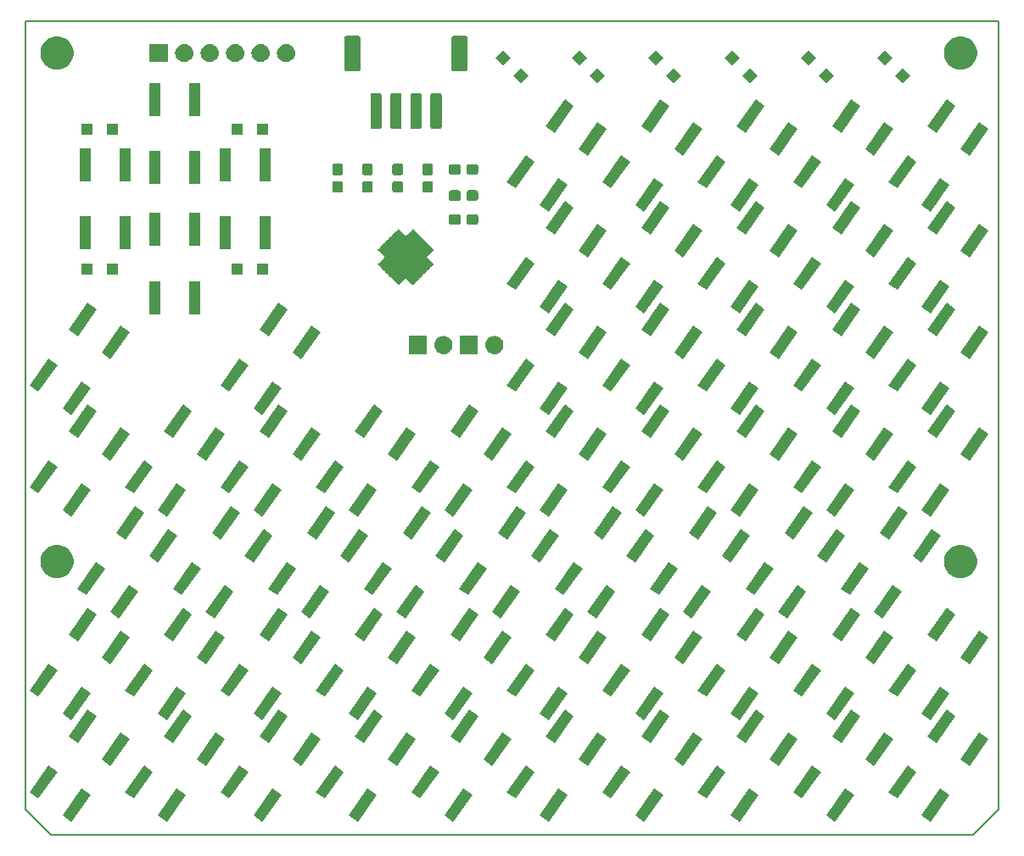
<source format=gbr>
%TF.GenerationSoftware,KiCad,Pcbnew,5.0.2-bee76a0~70~ubuntu16.04.1*%
%TF.CreationDate,2019-06-12T18:19:31-07:00*%
%TF.ProjectId,radiotxt,72616469-6f74-4787-942e-6b696361645f,rev?*%
%TF.SameCoordinates,PX68290a0PY463f660*%
%TF.FileFunction,Soldermask,Top*%
%TF.FilePolarity,Negative*%
%FSLAX46Y46*%
G04 Gerber Fmt 4.6, Leading zero omitted, Abs format (unit mm)*
G04 Created by KiCad (PCBNEW 5.0.2-bee76a0~70~ubuntu16.04.1) date Wed 12 Jun 2019 06:19:31 PM PDT*
%MOMM*%
%LPD*%
G01*
G04 APERTURE LIST*
%ADD10C,0.150000*%
G04 APERTURE END LIST*
D10*
X0Y0D02*
X97155000Y0D01*
X94615000Y-81280000D02*
X97155000Y-78740000D01*
X2540000Y-81280000D02*
X0Y-78740000D01*
X94615000Y-81280000D02*
X2540000Y-81280000D01*
X97155000Y0D02*
X97155000Y-78740000D01*
X0Y0D02*
X0Y-78740000D01*
G36*
X25561193Y-77265940D02*
X23667473Y-79970452D01*
X22765095Y-79338600D01*
X24658815Y-76634088D01*
X25561193Y-77265940D01*
X25561193Y-77265940D01*
G37*
G36*
X6511193Y-77265940D02*
X4617473Y-79970452D01*
X3715095Y-79338600D01*
X5608815Y-76634088D01*
X6511193Y-77265940D01*
X6511193Y-77265940D01*
G37*
G36*
X35086193Y-77265940D02*
X33192473Y-79970452D01*
X32290095Y-79338600D01*
X34183815Y-76634088D01*
X35086193Y-77265940D01*
X35086193Y-77265940D01*
G37*
G36*
X44611193Y-77265940D02*
X42717473Y-79970452D01*
X41815095Y-79338600D01*
X43708815Y-76634088D01*
X44611193Y-77265940D01*
X44611193Y-77265940D01*
G37*
G36*
X54136193Y-77265940D02*
X52242473Y-79970452D01*
X51340095Y-79338600D01*
X53233815Y-76634088D01*
X54136193Y-77265940D01*
X54136193Y-77265940D01*
G37*
G36*
X63661193Y-77265940D02*
X61767473Y-79970452D01*
X60865095Y-79338600D01*
X62758815Y-76634088D01*
X63661193Y-77265940D01*
X63661193Y-77265940D01*
G37*
G36*
X73186193Y-77265940D02*
X71292473Y-79970452D01*
X70390095Y-79338600D01*
X72283815Y-76634088D01*
X73186193Y-77265940D01*
X73186193Y-77265940D01*
G37*
G36*
X82711193Y-77265940D02*
X80817473Y-79970452D01*
X79915095Y-79338600D01*
X81808815Y-76634088D01*
X82711193Y-77265940D01*
X82711193Y-77265940D01*
G37*
G36*
X92236193Y-77265940D02*
X90342473Y-79970452D01*
X89440095Y-79338600D01*
X91333815Y-76634088D01*
X92236193Y-77265940D01*
X92236193Y-77265940D01*
G37*
G36*
X16036193Y-77265940D02*
X14142473Y-79970452D01*
X13240095Y-79338600D01*
X15133815Y-76634088D01*
X16036193Y-77265940D01*
X16036193Y-77265940D01*
G37*
G36*
X60384585Y-74971634D02*
X58490865Y-77676146D01*
X57588487Y-77044294D01*
X59482207Y-74339782D01*
X60384585Y-74971634D01*
X60384585Y-74971634D01*
G37*
G36*
X41334585Y-74971634D02*
X39440865Y-77676146D01*
X38538487Y-77044294D01*
X40432207Y-74339782D01*
X41334585Y-74971634D01*
X41334585Y-74971634D01*
G37*
G36*
X50859585Y-74971634D02*
X48965865Y-77676146D01*
X48063487Y-77044294D01*
X49957207Y-74339782D01*
X50859585Y-74971634D01*
X50859585Y-74971634D01*
G37*
G36*
X31809585Y-74971634D02*
X29915865Y-77676146D01*
X29013487Y-77044294D01*
X30907207Y-74339782D01*
X31809585Y-74971634D01*
X31809585Y-74971634D01*
G37*
G36*
X79434585Y-74971634D02*
X77540865Y-77676146D01*
X76638487Y-77044294D01*
X78532207Y-74339782D01*
X79434585Y-74971634D01*
X79434585Y-74971634D01*
G37*
G36*
X22284585Y-74971634D02*
X20390865Y-77676146D01*
X19488487Y-77044294D01*
X21382207Y-74339782D01*
X22284585Y-74971634D01*
X22284585Y-74971634D01*
G37*
G36*
X69909585Y-74971634D02*
X68015865Y-77676146D01*
X67113487Y-77044294D01*
X69007207Y-74339782D01*
X69909585Y-74971634D01*
X69909585Y-74971634D01*
G37*
G36*
X3234585Y-74971634D02*
X1340865Y-77676146D01*
X438487Y-77044294D01*
X2332207Y-74339782D01*
X3234585Y-74971634D01*
X3234585Y-74971634D01*
G37*
G36*
X12759585Y-74971634D02*
X10865865Y-77676146D01*
X9963487Y-77044294D01*
X11857207Y-74339782D01*
X12759585Y-74971634D01*
X12759585Y-74971634D01*
G37*
G36*
X88959585Y-74971634D02*
X87065865Y-77676146D01*
X86163487Y-77044294D01*
X88057207Y-74339782D01*
X88959585Y-74971634D01*
X88959585Y-74971634D01*
G37*
G36*
X67561513Y-71695706D02*
X65667793Y-74400218D01*
X64765415Y-73768366D01*
X66659135Y-71063854D01*
X67561513Y-71695706D01*
X67561513Y-71695706D01*
G37*
G36*
X19936513Y-71695706D02*
X18042793Y-74400218D01*
X17140415Y-73768366D01*
X19034135Y-71063854D01*
X19936513Y-71695706D01*
X19936513Y-71695706D01*
G37*
G36*
X29461513Y-71695706D02*
X27567793Y-74400218D01*
X26665415Y-73768366D01*
X28559135Y-71063854D01*
X29461513Y-71695706D01*
X29461513Y-71695706D01*
G37*
G36*
X77086513Y-71695706D02*
X75192793Y-74400218D01*
X74290415Y-73768366D01*
X76184135Y-71063854D01*
X77086513Y-71695706D01*
X77086513Y-71695706D01*
G37*
G36*
X96136513Y-71695706D02*
X94242793Y-74400218D01*
X93340415Y-73768366D01*
X95234135Y-71063854D01*
X96136513Y-71695706D01*
X96136513Y-71695706D01*
G37*
G36*
X10411513Y-71695706D02*
X8517793Y-74400218D01*
X7615415Y-73768366D01*
X9509135Y-71063854D01*
X10411513Y-71695706D01*
X10411513Y-71695706D01*
G37*
G36*
X58036513Y-71695706D02*
X56142793Y-74400218D01*
X55240415Y-73768366D01*
X57134135Y-71063854D01*
X58036513Y-71695706D01*
X58036513Y-71695706D01*
G37*
G36*
X48511513Y-71695706D02*
X46617793Y-74400218D01*
X45715415Y-73768366D01*
X47609135Y-71063854D01*
X48511513Y-71695706D01*
X48511513Y-71695706D01*
G37*
G36*
X38986513Y-71695706D02*
X37092793Y-74400218D01*
X36190415Y-73768366D01*
X38084135Y-71063854D01*
X38986513Y-71695706D01*
X38986513Y-71695706D01*
G37*
G36*
X86611513Y-71695706D02*
X84717793Y-74400218D01*
X83815415Y-73768366D01*
X85709135Y-71063854D01*
X86611513Y-71695706D01*
X86611513Y-71695706D01*
G37*
G36*
X26184905Y-69401400D02*
X24291185Y-72105912D01*
X23388807Y-71474060D01*
X25282527Y-68769548D01*
X26184905Y-69401400D01*
X26184905Y-69401400D01*
G37*
G36*
X7134905Y-69401400D02*
X5241185Y-72105912D01*
X4338807Y-71474060D01*
X6232527Y-68769548D01*
X7134905Y-69401400D01*
X7134905Y-69401400D01*
G37*
G36*
X16659905Y-69401400D02*
X14766185Y-72105912D01*
X13863807Y-71474060D01*
X15757527Y-68769548D01*
X16659905Y-69401400D01*
X16659905Y-69401400D01*
G37*
G36*
X35709905Y-69401400D02*
X33816185Y-72105912D01*
X32913807Y-71474060D01*
X34807527Y-68769548D01*
X35709905Y-69401400D01*
X35709905Y-69401400D01*
G37*
G36*
X45234905Y-69401400D02*
X43341185Y-72105912D01*
X42438807Y-71474060D01*
X44332527Y-68769548D01*
X45234905Y-69401400D01*
X45234905Y-69401400D01*
G37*
G36*
X73809905Y-69401400D02*
X71916185Y-72105912D01*
X71013807Y-71474060D01*
X72907527Y-68769548D01*
X73809905Y-69401400D01*
X73809905Y-69401400D01*
G37*
G36*
X64284905Y-69401400D02*
X62391185Y-72105912D01*
X61488807Y-71474060D01*
X63382527Y-68769548D01*
X64284905Y-69401400D01*
X64284905Y-69401400D01*
G37*
G36*
X83334905Y-69401400D02*
X81441185Y-72105912D01*
X80538807Y-71474060D01*
X82432527Y-68769548D01*
X83334905Y-69401400D01*
X83334905Y-69401400D01*
G37*
G36*
X54759905Y-69401400D02*
X52866185Y-72105912D01*
X51963807Y-71474060D01*
X53857527Y-68769548D01*
X54759905Y-69401400D01*
X54759905Y-69401400D01*
G37*
G36*
X92859905Y-69401400D02*
X90966185Y-72105912D01*
X90063807Y-71474060D01*
X91957527Y-68769548D01*
X92859905Y-69401400D01*
X92859905Y-69401400D01*
G37*
G36*
X92236193Y-67105940D02*
X90342473Y-69810452D01*
X89440095Y-69178600D01*
X91333815Y-66474088D01*
X92236193Y-67105940D01*
X92236193Y-67105940D01*
G37*
G36*
X73186193Y-67105940D02*
X71292473Y-69810452D01*
X70390095Y-69178600D01*
X72283815Y-66474088D01*
X73186193Y-67105940D01*
X73186193Y-67105940D01*
G37*
G36*
X54136193Y-67105940D02*
X52242473Y-69810452D01*
X51340095Y-69178600D01*
X53233815Y-66474088D01*
X54136193Y-67105940D01*
X54136193Y-67105940D01*
G37*
G36*
X82711193Y-67105940D02*
X80817473Y-69810452D01*
X79915095Y-69178600D01*
X81808815Y-66474088D01*
X82711193Y-67105940D01*
X82711193Y-67105940D01*
G37*
G36*
X6511194Y-67105940D02*
X4617474Y-69810452D01*
X3715096Y-69178600D01*
X5608816Y-66474088D01*
X6511194Y-67105940D01*
X6511194Y-67105940D01*
G37*
G36*
X16036193Y-67105940D02*
X14142473Y-69810452D01*
X13240095Y-69178600D01*
X15133815Y-66474088D01*
X16036193Y-67105940D01*
X16036193Y-67105940D01*
G37*
G36*
X35086193Y-67105940D02*
X33192473Y-69810452D01*
X32290095Y-69178600D01*
X34183815Y-66474088D01*
X35086193Y-67105940D01*
X35086193Y-67105940D01*
G37*
G36*
X25561193Y-67105940D02*
X23667473Y-69810452D01*
X22765095Y-69178600D01*
X24658815Y-66474088D01*
X25561193Y-67105940D01*
X25561193Y-67105940D01*
G37*
G36*
X63661193Y-67105940D02*
X61767473Y-69810452D01*
X60865095Y-69178600D01*
X62758815Y-66474088D01*
X63661193Y-67105940D01*
X63661193Y-67105940D01*
G37*
G36*
X44611193Y-67105940D02*
X42717473Y-69810452D01*
X41815095Y-69178600D01*
X43708815Y-66474088D01*
X44611193Y-67105940D01*
X44611193Y-67105940D01*
G37*
G36*
X3234584Y-64811634D02*
X1340864Y-67516146D01*
X438486Y-66884294D01*
X2332206Y-64179782D01*
X3234584Y-64811634D01*
X3234584Y-64811634D01*
G37*
G36*
X88959585Y-64811634D02*
X87065865Y-67516146D01*
X86163487Y-66884294D01*
X88057207Y-64179782D01*
X88959585Y-64811634D01*
X88959585Y-64811634D01*
G37*
G36*
X12759585Y-64811634D02*
X10865865Y-67516146D01*
X9963487Y-66884294D01*
X11857207Y-64179782D01*
X12759585Y-64811634D01*
X12759585Y-64811634D01*
G37*
G36*
X50859585Y-64811634D02*
X48965865Y-67516146D01*
X48063487Y-66884294D01*
X49957207Y-64179782D01*
X50859585Y-64811634D01*
X50859585Y-64811634D01*
G37*
G36*
X79434585Y-64811634D02*
X77540865Y-67516146D01*
X76638487Y-66884294D01*
X78532207Y-64179782D01*
X79434585Y-64811634D01*
X79434585Y-64811634D01*
G37*
G36*
X60384585Y-64811634D02*
X58490865Y-67516146D01*
X57588487Y-66884294D01*
X59482207Y-64179782D01*
X60384585Y-64811634D01*
X60384585Y-64811634D01*
G37*
G36*
X41334585Y-64811634D02*
X39440865Y-67516146D01*
X38538487Y-66884294D01*
X40432207Y-64179782D01*
X41334585Y-64811634D01*
X41334585Y-64811634D01*
G37*
G36*
X31809585Y-64811634D02*
X29915865Y-67516146D01*
X29013487Y-66884294D01*
X30907207Y-64179782D01*
X31809585Y-64811634D01*
X31809585Y-64811634D01*
G37*
G36*
X69909585Y-64811634D02*
X68015865Y-67516146D01*
X67113487Y-66884294D01*
X69007207Y-64179782D01*
X69909585Y-64811634D01*
X69909585Y-64811634D01*
G37*
G36*
X22284585Y-64811634D02*
X20390865Y-67516146D01*
X19488487Y-66884294D01*
X21382207Y-64179782D01*
X22284585Y-64811634D01*
X22284585Y-64811634D01*
G37*
G36*
X58036513Y-61535706D02*
X56142793Y-64240218D01*
X55240415Y-63608366D01*
X57134135Y-60903854D01*
X58036513Y-61535706D01*
X58036513Y-61535706D01*
G37*
G36*
X19936513Y-61535706D02*
X18042793Y-64240218D01*
X17140415Y-63608366D01*
X19034135Y-60903854D01*
X19936513Y-61535706D01*
X19936513Y-61535706D01*
G37*
G36*
X29461513Y-61535706D02*
X27567793Y-64240218D01*
X26665415Y-63608366D01*
X28559135Y-60903854D01*
X29461513Y-61535706D01*
X29461513Y-61535706D01*
G37*
G36*
X38986513Y-61535706D02*
X37092793Y-64240218D01*
X36190415Y-63608366D01*
X38084135Y-60903854D01*
X38986513Y-61535706D01*
X38986513Y-61535706D01*
G37*
G36*
X48511513Y-61535706D02*
X46617793Y-64240218D01*
X45715415Y-63608366D01*
X47609135Y-60903854D01*
X48511513Y-61535706D01*
X48511513Y-61535706D01*
G37*
G36*
X10411514Y-61535706D02*
X8517794Y-64240218D01*
X7615416Y-63608366D01*
X9509136Y-60903854D01*
X10411514Y-61535706D01*
X10411514Y-61535706D01*
G37*
G36*
X86611513Y-61535706D02*
X84717793Y-64240218D01*
X83815415Y-63608366D01*
X85709135Y-60903854D01*
X86611513Y-61535706D01*
X86611513Y-61535706D01*
G37*
G36*
X77086513Y-61535706D02*
X75192793Y-64240218D01*
X74290415Y-63608366D01*
X76184135Y-60903854D01*
X77086513Y-61535706D01*
X77086513Y-61535706D01*
G37*
G36*
X67561513Y-61535706D02*
X65667793Y-64240218D01*
X64765415Y-63608366D01*
X66659135Y-60903854D01*
X67561513Y-61535706D01*
X67561513Y-61535706D01*
G37*
G36*
X96136513Y-61535706D02*
X94242793Y-64240218D01*
X93340415Y-63608366D01*
X95234135Y-60903854D01*
X96136513Y-61535706D01*
X96136513Y-61535706D01*
G37*
G36*
X83334905Y-59241400D02*
X81441185Y-61945912D01*
X80538807Y-61314060D01*
X82432527Y-58609548D01*
X83334905Y-59241400D01*
X83334905Y-59241400D01*
G37*
G36*
X54759905Y-59241400D02*
X52866185Y-61945912D01*
X51963807Y-61314060D01*
X53857527Y-58609548D01*
X54759905Y-59241400D01*
X54759905Y-59241400D01*
G37*
G36*
X45234905Y-59241400D02*
X43341185Y-61945912D01*
X42438807Y-61314060D01*
X44332527Y-58609548D01*
X45234905Y-59241400D01*
X45234905Y-59241400D01*
G37*
G36*
X35709905Y-59241400D02*
X33816185Y-61945912D01*
X32913807Y-61314060D01*
X34807527Y-58609548D01*
X35709905Y-59241400D01*
X35709905Y-59241400D01*
G37*
G36*
X26184905Y-59241400D02*
X24291185Y-61945912D01*
X23388807Y-61314060D01*
X25282527Y-58609548D01*
X26184905Y-59241400D01*
X26184905Y-59241400D01*
G37*
G36*
X92859905Y-59241400D02*
X90966185Y-61945912D01*
X90063807Y-61314060D01*
X91957527Y-58609548D01*
X92859905Y-59241400D01*
X92859905Y-59241400D01*
G37*
G36*
X73809905Y-59241400D02*
X71916185Y-61945912D01*
X71013807Y-61314060D01*
X72907527Y-58609548D01*
X73809905Y-59241400D01*
X73809905Y-59241400D01*
G37*
G36*
X7134904Y-59241400D02*
X5241184Y-61945912D01*
X4338806Y-61314060D01*
X6232526Y-58609548D01*
X7134904Y-59241400D01*
X7134904Y-59241400D01*
G37*
G36*
X64284905Y-59241400D02*
X62391185Y-61945912D01*
X61488807Y-61314060D01*
X63382527Y-58609548D01*
X64284905Y-59241400D01*
X64284905Y-59241400D01*
G37*
G36*
X16659905Y-59241400D02*
X14766185Y-61945912D01*
X13863807Y-61314060D01*
X15757527Y-58609548D01*
X16659905Y-59241400D01*
X16659905Y-59241400D01*
G37*
G36*
X68423693Y-56945940D02*
X66529973Y-59650452D01*
X65627595Y-59018600D01*
X67521315Y-56314088D01*
X68423693Y-56945940D01*
X68423693Y-56945940D01*
G37*
G36*
X49373693Y-56945940D02*
X47479973Y-59650452D01*
X46577595Y-59018600D01*
X48471315Y-56314088D01*
X49373693Y-56945940D01*
X49373693Y-56945940D01*
G37*
G36*
X39848693Y-56945940D02*
X37954973Y-59650452D01*
X37052595Y-59018600D01*
X38946315Y-56314088D01*
X39848693Y-56945940D01*
X39848693Y-56945940D01*
G37*
G36*
X20798693Y-56945940D02*
X18904973Y-59650452D01*
X18002595Y-59018600D01*
X19896315Y-56314088D01*
X20798693Y-56945940D01*
X20798693Y-56945940D01*
G37*
G36*
X77948693Y-56945940D02*
X76054973Y-59650452D01*
X75152595Y-59018600D01*
X77046315Y-56314088D01*
X77948693Y-56945940D01*
X77948693Y-56945940D01*
G37*
G36*
X58898693Y-56945940D02*
X57004973Y-59650452D01*
X56102595Y-59018600D01*
X57996315Y-56314088D01*
X58898693Y-56945940D01*
X58898693Y-56945940D01*
G37*
G36*
X30323693Y-56945940D02*
X28429973Y-59650452D01*
X27527595Y-59018600D01*
X29421315Y-56314088D01*
X30323693Y-56945940D01*
X30323693Y-56945940D01*
G37*
G36*
X87473693Y-56945940D02*
X85579973Y-59650452D01*
X84677595Y-59018600D01*
X86571315Y-56314088D01*
X87473693Y-56945940D01*
X87473693Y-56945940D01*
G37*
G36*
X11273693Y-56945940D02*
X9379973Y-59650452D01*
X8477595Y-59018600D01*
X10371315Y-56314088D01*
X11273693Y-56945940D01*
X11273693Y-56945940D01*
G37*
G36*
X55622085Y-54651634D02*
X53728365Y-57356146D01*
X52825987Y-56724294D01*
X54719707Y-54019782D01*
X55622085Y-54651634D01*
X55622085Y-54651634D01*
G37*
G36*
X84197085Y-54651634D02*
X82303365Y-57356146D01*
X81400987Y-56724294D01*
X83294707Y-54019782D01*
X84197085Y-54651634D01*
X84197085Y-54651634D01*
G37*
G36*
X74672085Y-54651634D02*
X72778365Y-57356146D01*
X71875987Y-56724294D01*
X73769707Y-54019782D01*
X74672085Y-54651634D01*
X74672085Y-54651634D01*
G37*
G36*
X65147085Y-54651634D02*
X63253365Y-57356146D01*
X62350987Y-56724294D01*
X64244707Y-54019782D01*
X65147085Y-54651634D01*
X65147085Y-54651634D01*
G37*
G36*
X46097085Y-54651634D02*
X44203365Y-57356146D01*
X43300987Y-56724294D01*
X45194707Y-54019782D01*
X46097085Y-54651634D01*
X46097085Y-54651634D01*
G37*
G36*
X27047085Y-54651634D02*
X25153365Y-57356146D01*
X24250987Y-56724294D01*
X26144707Y-54019782D01*
X27047085Y-54651634D01*
X27047085Y-54651634D01*
G37*
G36*
X36572085Y-54651634D02*
X34678365Y-57356146D01*
X33775987Y-56724294D01*
X35669707Y-54019782D01*
X36572085Y-54651634D01*
X36572085Y-54651634D01*
G37*
G36*
X17522085Y-54651634D02*
X15628365Y-57356146D01*
X14725987Y-56724294D01*
X16619707Y-54019782D01*
X17522085Y-54651634D01*
X17522085Y-54651634D01*
G37*
G36*
X7997085Y-54651634D02*
X6103365Y-57356146D01*
X5200987Y-56724294D01*
X7094707Y-54019782D01*
X7997085Y-54651634D01*
X7997085Y-54651634D01*
G37*
G36*
X3417323Y-52340060D02*
X3656521Y-52387639D01*
X3956947Y-52512080D01*
X4227324Y-52692740D01*
X4457260Y-52922676D01*
X4637920Y-53193053D01*
X4762361Y-53493479D01*
X4825800Y-53812410D01*
X4825800Y-54137590D01*
X4762361Y-54456521D01*
X4637920Y-54756947D01*
X4457260Y-55027324D01*
X4227324Y-55257260D01*
X3956947Y-55437920D01*
X3656521Y-55562361D01*
X3417323Y-55609940D01*
X3337591Y-55625800D01*
X3012409Y-55625800D01*
X2932677Y-55609940D01*
X2693479Y-55562361D01*
X2393053Y-55437920D01*
X2122676Y-55257260D01*
X1892740Y-55027324D01*
X1712080Y-54756947D01*
X1587639Y-54456521D01*
X1524200Y-54137590D01*
X1524200Y-53812410D01*
X1587639Y-53493479D01*
X1712080Y-53193053D01*
X1892740Y-52922676D01*
X2122676Y-52692740D01*
X2393053Y-52512080D01*
X2693479Y-52387639D01*
X2932677Y-52340060D01*
X3012409Y-52324200D01*
X3337591Y-52324200D01*
X3417323Y-52340060D01*
X3417323Y-52340060D01*
G37*
G36*
X93587323Y-52340060D02*
X93826521Y-52387639D01*
X94126947Y-52512080D01*
X94397324Y-52692740D01*
X94627260Y-52922676D01*
X94807920Y-53193053D01*
X94932361Y-53493479D01*
X94995800Y-53812410D01*
X94995800Y-54137590D01*
X94932361Y-54456521D01*
X94807920Y-54756947D01*
X94627260Y-55027324D01*
X94397324Y-55257260D01*
X94126947Y-55437920D01*
X93826521Y-55562361D01*
X93587323Y-55609940D01*
X93507591Y-55625800D01*
X93182409Y-55625800D01*
X93102677Y-55609940D01*
X92863479Y-55562361D01*
X92563053Y-55437920D01*
X92292676Y-55257260D01*
X92062740Y-55027324D01*
X91882080Y-54756947D01*
X91757639Y-54456521D01*
X91694200Y-54137590D01*
X91694200Y-53812410D01*
X91757639Y-53493479D01*
X91882080Y-53193053D01*
X92062740Y-52922676D01*
X92292676Y-52692740D01*
X92563053Y-52512080D01*
X92863479Y-52387639D01*
X93102677Y-52340060D01*
X93182409Y-52324200D01*
X93507591Y-52324200D01*
X93587323Y-52340060D01*
X93587323Y-52340060D01*
G37*
G36*
X81849013Y-51375706D02*
X79955293Y-54080218D01*
X79052915Y-53448366D01*
X80946635Y-50743854D01*
X81849013Y-51375706D01*
X81849013Y-51375706D01*
G37*
G36*
X15174013Y-51375706D02*
X13280293Y-54080218D01*
X12377915Y-53448366D01*
X14271635Y-50743854D01*
X15174013Y-51375706D01*
X15174013Y-51375706D01*
G37*
G36*
X24699013Y-51375706D02*
X22805293Y-54080218D01*
X21902915Y-53448366D01*
X23796635Y-50743854D01*
X24699013Y-51375706D01*
X24699013Y-51375706D01*
G37*
G36*
X34224013Y-51375706D02*
X32330293Y-54080218D01*
X31427915Y-53448366D01*
X33321635Y-50743854D01*
X34224013Y-51375706D01*
X34224013Y-51375706D01*
G37*
G36*
X43749013Y-51375706D02*
X41855293Y-54080218D01*
X40952915Y-53448366D01*
X42846635Y-50743854D01*
X43749013Y-51375706D01*
X43749013Y-51375706D01*
G37*
G36*
X62799013Y-51375706D02*
X60905293Y-54080218D01*
X60002915Y-53448366D01*
X61896635Y-50743854D01*
X62799013Y-51375706D01*
X62799013Y-51375706D01*
G37*
G36*
X72324013Y-51375706D02*
X70430293Y-54080218D01*
X69527915Y-53448366D01*
X71421635Y-50743854D01*
X72324013Y-51375706D01*
X72324013Y-51375706D01*
G37*
G36*
X91374013Y-51375706D02*
X89480293Y-54080218D01*
X88577915Y-53448366D01*
X90471635Y-50743854D01*
X91374013Y-51375706D01*
X91374013Y-51375706D01*
G37*
G36*
X53274013Y-51375706D02*
X51380293Y-54080218D01*
X50477915Y-53448366D01*
X52371635Y-50743854D01*
X53274013Y-51375706D01*
X53274013Y-51375706D01*
G37*
G36*
X69047405Y-49081400D02*
X67153685Y-51785912D01*
X66251307Y-51154060D01*
X68145027Y-48449548D01*
X69047405Y-49081400D01*
X69047405Y-49081400D01*
G37*
G36*
X78572405Y-49081400D02*
X76678685Y-51785912D01*
X75776307Y-51154060D01*
X77670027Y-48449548D01*
X78572405Y-49081400D01*
X78572405Y-49081400D01*
G37*
G36*
X88097405Y-49081400D02*
X86203685Y-51785912D01*
X85301307Y-51154060D01*
X87195027Y-48449548D01*
X88097405Y-49081400D01*
X88097405Y-49081400D01*
G37*
G36*
X21422405Y-49081400D02*
X19528685Y-51785912D01*
X18626307Y-51154060D01*
X20520027Y-48449548D01*
X21422405Y-49081400D01*
X21422405Y-49081400D01*
G37*
G36*
X49997405Y-49081400D02*
X48103685Y-51785912D01*
X47201307Y-51154060D01*
X49095027Y-48449548D01*
X49997405Y-49081400D01*
X49997405Y-49081400D01*
G37*
G36*
X59522405Y-49081400D02*
X57628685Y-51785912D01*
X56726307Y-51154060D01*
X58620027Y-48449548D01*
X59522405Y-49081400D01*
X59522405Y-49081400D01*
G37*
G36*
X11897405Y-49081400D02*
X10003685Y-51785912D01*
X9101307Y-51154060D01*
X10995027Y-48449548D01*
X11897405Y-49081400D01*
X11897405Y-49081400D01*
G37*
G36*
X30947405Y-49081400D02*
X29053685Y-51785912D01*
X28151307Y-51154060D01*
X30045027Y-48449548D01*
X30947405Y-49081400D01*
X30947405Y-49081400D01*
G37*
G36*
X40472405Y-49081400D02*
X38578685Y-51785912D01*
X37676307Y-51154060D01*
X39570027Y-48449548D01*
X40472405Y-49081400D01*
X40472405Y-49081400D01*
G37*
G36*
X73186193Y-46785940D02*
X71292473Y-49490452D01*
X70390095Y-48858600D01*
X72283815Y-46154088D01*
X73186193Y-46785940D01*
X73186193Y-46785940D01*
G37*
G36*
X63661193Y-46785940D02*
X61767473Y-49490452D01*
X60865095Y-48858600D01*
X62758815Y-46154088D01*
X63661193Y-46785940D01*
X63661193Y-46785940D01*
G37*
G36*
X54136193Y-46785940D02*
X52242473Y-49490452D01*
X51340095Y-48858600D01*
X53233815Y-46154088D01*
X54136193Y-46785940D01*
X54136193Y-46785940D01*
G37*
G36*
X44611193Y-46785940D02*
X42717473Y-49490452D01*
X41815095Y-48858600D01*
X43708815Y-46154088D01*
X44611193Y-46785940D01*
X44611193Y-46785940D01*
G37*
G36*
X35086193Y-46785940D02*
X33192473Y-49490452D01*
X32290095Y-48858600D01*
X34183815Y-46154088D01*
X35086193Y-46785940D01*
X35086193Y-46785940D01*
G37*
G36*
X25561193Y-46785940D02*
X23667473Y-49490452D01*
X22765095Y-48858600D01*
X24658815Y-46154088D01*
X25561193Y-46785940D01*
X25561193Y-46785940D01*
G37*
G36*
X16036193Y-46785940D02*
X14142473Y-49490452D01*
X13240095Y-48858600D01*
X15133815Y-46154088D01*
X16036193Y-46785940D01*
X16036193Y-46785940D01*
G37*
G36*
X6511193Y-46785940D02*
X4617473Y-49490452D01*
X3715095Y-48858600D01*
X5608815Y-46154088D01*
X6511193Y-46785940D01*
X6511193Y-46785940D01*
G37*
G36*
X82711193Y-46785940D02*
X80817473Y-49490452D01*
X79915095Y-48858600D01*
X81808815Y-46154088D01*
X82711193Y-46785940D01*
X82711193Y-46785940D01*
G37*
G36*
X92236193Y-46785940D02*
X90342473Y-49490452D01*
X89440095Y-48858600D01*
X91333815Y-46154088D01*
X92236193Y-46785940D01*
X92236193Y-46785940D01*
G37*
G36*
X69909585Y-44491634D02*
X68015865Y-47196146D01*
X67113487Y-46564294D01*
X69007207Y-43859782D01*
X69909585Y-44491634D01*
X69909585Y-44491634D01*
G37*
G36*
X12759585Y-44491634D02*
X10865865Y-47196146D01*
X9963487Y-46564294D01*
X11857207Y-43859782D01*
X12759585Y-44491634D01*
X12759585Y-44491634D01*
G37*
G36*
X22284585Y-44491634D02*
X20390865Y-47196146D01*
X19488487Y-46564294D01*
X21382207Y-43859782D01*
X22284585Y-44491634D01*
X22284585Y-44491634D01*
G37*
G36*
X79434585Y-44491634D02*
X77540865Y-47196146D01*
X76638487Y-46564294D01*
X78532207Y-43859782D01*
X79434585Y-44491634D01*
X79434585Y-44491634D01*
G37*
G36*
X88959585Y-44491634D02*
X87065865Y-47196146D01*
X86163487Y-46564294D01*
X88057207Y-43859782D01*
X88959585Y-44491634D01*
X88959585Y-44491634D01*
G37*
G36*
X60384585Y-44491634D02*
X58490865Y-47196146D01*
X57588487Y-46564294D01*
X59482207Y-43859782D01*
X60384585Y-44491634D01*
X60384585Y-44491634D01*
G37*
G36*
X50859585Y-44491634D02*
X48965865Y-47196146D01*
X48063487Y-46564294D01*
X49957207Y-43859782D01*
X50859585Y-44491634D01*
X50859585Y-44491634D01*
G37*
G36*
X41334585Y-44491634D02*
X39440865Y-47196146D01*
X38538487Y-46564294D01*
X40432207Y-43859782D01*
X41334585Y-44491634D01*
X41334585Y-44491634D01*
G37*
G36*
X31809585Y-44491634D02*
X29915865Y-47196146D01*
X29013487Y-46564294D01*
X30907207Y-43859782D01*
X31809585Y-44491634D01*
X31809585Y-44491634D01*
G37*
G36*
X3234585Y-44491634D02*
X1340865Y-47196146D01*
X438487Y-46564294D01*
X2332207Y-43859782D01*
X3234585Y-44491634D01*
X3234585Y-44491634D01*
G37*
G36*
X38986513Y-41215706D02*
X37092793Y-43920218D01*
X36190415Y-43288366D01*
X38084135Y-40583854D01*
X38986513Y-41215706D01*
X38986513Y-41215706D01*
G37*
G36*
X29461513Y-41215706D02*
X27567793Y-43920218D01*
X26665415Y-43288366D01*
X28559135Y-40583854D01*
X29461513Y-41215706D01*
X29461513Y-41215706D01*
G37*
G36*
X67561513Y-41215706D02*
X65667793Y-43920218D01*
X64765415Y-43288366D01*
X66659135Y-40583854D01*
X67561513Y-41215706D01*
X67561513Y-41215706D01*
G37*
G36*
X19936513Y-41215706D02*
X18042793Y-43920218D01*
X17140415Y-43288366D01*
X19034135Y-40583854D01*
X19936513Y-41215706D01*
X19936513Y-41215706D01*
G37*
G36*
X10411513Y-41215706D02*
X8517793Y-43920218D01*
X7615415Y-43288366D01*
X9509135Y-40583854D01*
X10411513Y-41215706D01*
X10411513Y-41215706D01*
G37*
G36*
X48511513Y-41215706D02*
X46617793Y-43920218D01*
X45715415Y-43288366D01*
X47609135Y-40583854D01*
X48511513Y-41215706D01*
X48511513Y-41215706D01*
G37*
G36*
X58036513Y-41215706D02*
X56142793Y-43920218D01*
X55240415Y-43288366D01*
X57134135Y-40583854D01*
X58036513Y-41215706D01*
X58036513Y-41215706D01*
G37*
G36*
X96136513Y-41215706D02*
X94242793Y-43920218D01*
X93340415Y-43288366D01*
X95234135Y-40583854D01*
X96136513Y-41215706D01*
X96136513Y-41215706D01*
G37*
G36*
X77086513Y-41215706D02*
X75192793Y-43920218D01*
X74290415Y-43288366D01*
X76184135Y-40583854D01*
X77086513Y-41215706D01*
X77086513Y-41215706D01*
G37*
G36*
X86611513Y-41215706D02*
X84717793Y-43920218D01*
X83815415Y-43288366D01*
X85709135Y-40583854D01*
X86611513Y-41215706D01*
X86611513Y-41215706D01*
G37*
G36*
X64284905Y-38921400D02*
X62391185Y-41625912D01*
X61488807Y-40994060D01*
X63382527Y-38289548D01*
X64284905Y-38921400D01*
X64284905Y-38921400D01*
G37*
G36*
X35709905Y-38921400D02*
X33816185Y-41625912D01*
X32913807Y-40994060D01*
X34807527Y-38289548D01*
X35709905Y-38921400D01*
X35709905Y-38921400D01*
G37*
G36*
X16659905Y-38921400D02*
X14766185Y-41625912D01*
X13863807Y-40994060D01*
X15757527Y-38289548D01*
X16659905Y-38921400D01*
X16659905Y-38921400D01*
G37*
G36*
X45234905Y-38921400D02*
X43341185Y-41625912D01*
X42438807Y-40994060D01*
X44332527Y-38289548D01*
X45234905Y-38921400D01*
X45234905Y-38921400D01*
G37*
G36*
X83334905Y-38921400D02*
X81441185Y-41625912D01*
X80538807Y-40994060D01*
X82432527Y-38289548D01*
X83334905Y-38921400D01*
X83334905Y-38921400D01*
G37*
G36*
X54759905Y-38921400D02*
X52866185Y-41625912D01*
X51963807Y-40994060D01*
X53857527Y-38289548D01*
X54759905Y-38921400D01*
X54759905Y-38921400D01*
G37*
G36*
X26184905Y-38921400D02*
X24291185Y-41625912D01*
X23388807Y-40994060D01*
X25282527Y-38289548D01*
X26184905Y-38921400D01*
X26184905Y-38921400D01*
G37*
G36*
X92859905Y-38921400D02*
X90966185Y-41625912D01*
X90063807Y-40994060D01*
X91957527Y-38289548D01*
X92859905Y-38921400D01*
X92859905Y-38921400D01*
G37*
G36*
X73809905Y-38921400D02*
X71916185Y-41625912D01*
X71013807Y-40994060D01*
X72907527Y-38289548D01*
X73809905Y-38921400D01*
X73809905Y-38921400D01*
G37*
G36*
X7134905Y-38921400D02*
X5241185Y-41625912D01*
X4338807Y-40994060D01*
X6232527Y-38289548D01*
X7134905Y-38921400D01*
X7134905Y-38921400D01*
G37*
G36*
X25561193Y-36625940D02*
X23667473Y-39330452D01*
X22765095Y-38698600D01*
X24658815Y-35994088D01*
X25561193Y-36625940D01*
X25561193Y-36625940D01*
G37*
G36*
X63661193Y-36625940D02*
X61767473Y-39330452D01*
X60865095Y-38698600D01*
X62758815Y-35994088D01*
X63661193Y-36625940D01*
X63661193Y-36625940D01*
G37*
G36*
X6511193Y-36625940D02*
X4617473Y-39330452D01*
X3715095Y-38698600D01*
X5608815Y-35994088D01*
X6511193Y-36625940D01*
X6511193Y-36625940D01*
G37*
G36*
X73186193Y-36625940D02*
X71292473Y-39330452D01*
X70390095Y-38698600D01*
X72283815Y-35994088D01*
X73186193Y-36625940D01*
X73186193Y-36625940D01*
G37*
G36*
X92236193Y-36625940D02*
X90342473Y-39330452D01*
X89440095Y-38698600D01*
X91333815Y-35994088D01*
X92236193Y-36625940D01*
X92236193Y-36625940D01*
G37*
G36*
X82711193Y-36625940D02*
X80817473Y-39330452D01*
X79915095Y-38698600D01*
X81808815Y-35994088D01*
X82711193Y-36625940D01*
X82711193Y-36625940D01*
G37*
G36*
X54136193Y-36625940D02*
X52242473Y-39330452D01*
X51340095Y-38698600D01*
X53233815Y-35994088D01*
X54136193Y-36625940D01*
X54136193Y-36625940D01*
G37*
G36*
X3234585Y-34331634D02*
X1340865Y-37036146D01*
X438487Y-36404294D01*
X2332207Y-33699782D01*
X3234585Y-34331634D01*
X3234585Y-34331634D01*
G37*
G36*
X22284585Y-34331634D02*
X20390865Y-37036146D01*
X19488487Y-36404294D01*
X21382207Y-33699782D01*
X22284585Y-34331634D01*
X22284585Y-34331634D01*
G37*
G36*
X88959585Y-34331634D02*
X87065865Y-37036146D01*
X86163487Y-36404294D01*
X88057207Y-33699782D01*
X88959585Y-34331634D01*
X88959585Y-34331634D01*
G37*
G36*
X79434585Y-34331634D02*
X77540865Y-37036146D01*
X76638487Y-36404294D01*
X78532207Y-33699782D01*
X79434585Y-34331634D01*
X79434585Y-34331634D01*
G37*
G36*
X69909585Y-34331634D02*
X68015865Y-37036146D01*
X67113487Y-36404294D01*
X69007207Y-33699782D01*
X69909585Y-34331634D01*
X69909585Y-34331634D01*
G37*
G36*
X50859585Y-34331634D02*
X48965865Y-37036146D01*
X48063487Y-36404294D01*
X49957207Y-33699782D01*
X50859585Y-34331634D01*
X50859585Y-34331634D01*
G37*
G36*
X60384585Y-34331634D02*
X58490865Y-37036146D01*
X57588487Y-36404294D01*
X59482207Y-33699782D01*
X60384585Y-34331634D01*
X60384585Y-34331634D01*
G37*
G36*
X77086513Y-31055706D02*
X75192793Y-33760218D01*
X74290415Y-33128366D01*
X76184135Y-30423854D01*
X77086513Y-31055706D01*
X77086513Y-31055706D01*
G37*
G36*
X29461513Y-31055706D02*
X27567793Y-33760218D01*
X26665415Y-33128366D01*
X28559135Y-30423854D01*
X29461513Y-31055706D01*
X29461513Y-31055706D01*
G37*
G36*
X58036513Y-31055706D02*
X56142793Y-33760218D01*
X55240415Y-33128366D01*
X57134135Y-30423854D01*
X58036513Y-31055706D01*
X58036513Y-31055706D01*
G37*
G36*
X10411513Y-31055706D02*
X8517793Y-33760218D01*
X7615415Y-33128366D01*
X9509135Y-30423854D01*
X10411513Y-31055706D01*
X10411513Y-31055706D01*
G37*
G36*
X67561513Y-31055706D02*
X65667793Y-33760218D01*
X64765415Y-33128366D01*
X66659135Y-30423854D01*
X67561513Y-31055706D01*
X67561513Y-31055706D01*
G37*
G36*
X86611513Y-31055706D02*
X84717793Y-33760218D01*
X83815415Y-33128366D01*
X85709135Y-30423854D01*
X86611513Y-31055706D01*
X86611513Y-31055706D01*
G37*
G36*
X96136513Y-31055706D02*
X94242793Y-33760218D01*
X93340415Y-33128366D01*
X95234135Y-30423854D01*
X96136513Y-31055706D01*
X96136513Y-31055706D01*
G37*
G36*
X40110800Y-33240800D02*
X38309200Y-33240800D01*
X38309200Y-31439200D01*
X40110800Y-31439200D01*
X40110800Y-33240800D01*
X40110800Y-33240800D01*
G37*
G36*
X41838362Y-31443545D02*
X41926588Y-31452234D01*
X42039789Y-31486573D01*
X42096390Y-31503743D01*
X42234980Y-31577822D01*
X42252879Y-31587389D01*
X42288609Y-31616712D01*
X42390044Y-31699956D01*
X42473288Y-31801391D01*
X42502611Y-31837121D01*
X42502612Y-31837123D01*
X42586257Y-31993610D01*
X42586257Y-31993611D01*
X42637766Y-32163412D01*
X42655158Y-32340000D01*
X42637766Y-32516588D01*
X42603427Y-32629789D01*
X42586257Y-32686390D01*
X42512178Y-32824980D01*
X42502611Y-32842879D01*
X42473288Y-32878609D01*
X42390044Y-32980044D01*
X42288609Y-33063288D01*
X42252879Y-33092611D01*
X42252877Y-33092612D01*
X42096390Y-33176257D01*
X42039789Y-33193427D01*
X41926588Y-33227766D01*
X41838362Y-33236455D01*
X41794250Y-33240800D01*
X41705750Y-33240800D01*
X41661638Y-33236455D01*
X41573412Y-33227766D01*
X41460211Y-33193427D01*
X41403610Y-33176257D01*
X41247123Y-33092612D01*
X41247121Y-33092611D01*
X41211391Y-33063288D01*
X41109956Y-32980044D01*
X41026712Y-32878609D01*
X40997389Y-32842879D01*
X40987822Y-32824980D01*
X40913743Y-32686390D01*
X40896573Y-32629789D01*
X40862234Y-32516588D01*
X40844842Y-32340000D01*
X40862234Y-32163412D01*
X40913743Y-31993611D01*
X40913743Y-31993610D01*
X40997388Y-31837123D01*
X40997389Y-31837121D01*
X41026712Y-31801391D01*
X41109956Y-31699956D01*
X41211391Y-31616712D01*
X41247121Y-31587389D01*
X41265020Y-31577822D01*
X41403610Y-31503743D01*
X41460211Y-31486573D01*
X41573412Y-31452234D01*
X41661638Y-31443545D01*
X41705750Y-31439200D01*
X41794250Y-31439200D01*
X41838362Y-31443545D01*
X41838362Y-31443545D01*
G37*
G36*
X46918362Y-31443545D02*
X47006588Y-31452234D01*
X47119789Y-31486573D01*
X47176390Y-31503743D01*
X47314980Y-31577822D01*
X47332879Y-31587389D01*
X47368609Y-31616712D01*
X47470044Y-31699956D01*
X47553288Y-31801391D01*
X47582611Y-31837121D01*
X47582612Y-31837123D01*
X47666257Y-31993610D01*
X47666257Y-31993611D01*
X47717766Y-32163412D01*
X47735158Y-32340000D01*
X47717766Y-32516588D01*
X47683427Y-32629789D01*
X47666257Y-32686390D01*
X47592178Y-32824980D01*
X47582611Y-32842879D01*
X47553288Y-32878609D01*
X47470044Y-32980044D01*
X47368609Y-33063288D01*
X47332879Y-33092611D01*
X47332877Y-33092612D01*
X47176390Y-33176257D01*
X47119789Y-33193427D01*
X47006588Y-33227766D01*
X46918362Y-33236455D01*
X46874250Y-33240800D01*
X46785750Y-33240800D01*
X46741638Y-33236455D01*
X46653412Y-33227766D01*
X46540211Y-33193427D01*
X46483610Y-33176257D01*
X46327123Y-33092612D01*
X46327121Y-33092611D01*
X46291391Y-33063288D01*
X46189956Y-32980044D01*
X46106712Y-32878609D01*
X46077389Y-32842879D01*
X46067822Y-32824980D01*
X45993743Y-32686390D01*
X45976573Y-32629789D01*
X45942234Y-32516588D01*
X45924842Y-32340000D01*
X45942234Y-32163412D01*
X45993743Y-31993611D01*
X45993743Y-31993610D01*
X46077388Y-31837123D01*
X46077389Y-31837121D01*
X46106712Y-31801391D01*
X46189956Y-31699956D01*
X46291391Y-31616712D01*
X46327121Y-31587389D01*
X46345020Y-31577822D01*
X46483610Y-31503743D01*
X46540211Y-31486573D01*
X46653412Y-31452234D01*
X46741638Y-31443545D01*
X46785750Y-31439200D01*
X46874250Y-31439200D01*
X46918362Y-31443545D01*
X46918362Y-31443545D01*
G37*
G36*
X45190800Y-33240800D02*
X43389200Y-33240800D01*
X43389200Y-31439200D01*
X45190800Y-31439200D01*
X45190800Y-33240800D01*
X45190800Y-33240800D01*
G37*
G36*
X83334905Y-28761400D02*
X81441185Y-31465912D01*
X80538807Y-30834060D01*
X82432527Y-28129548D01*
X83334905Y-28761400D01*
X83334905Y-28761400D01*
G37*
G36*
X92859905Y-28761400D02*
X90966185Y-31465912D01*
X90063807Y-30834060D01*
X91957527Y-28129548D01*
X92859905Y-28761400D01*
X92859905Y-28761400D01*
G37*
G36*
X73809905Y-28761400D02*
X71916185Y-31465912D01*
X71013807Y-30834060D01*
X72907527Y-28129548D01*
X73809905Y-28761400D01*
X73809905Y-28761400D01*
G37*
G36*
X64284905Y-28761400D02*
X62391185Y-31465912D01*
X61488807Y-30834060D01*
X63382527Y-28129548D01*
X64284905Y-28761400D01*
X64284905Y-28761400D01*
G37*
G36*
X54759905Y-28761400D02*
X52866185Y-31465912D01*
X51963807Y-30834060D01*
X53857527Y-28129548D01*
X54759905Y-28761400D01*
X54759905Y-28761400D01*
G37*
G36*
X26184905Y-28761400D02*
X24291185Y-31465912D01*
X23388807Y-30834060D01*
X25282527Y-28129548D01*
X26184905Y-28761400D01*
X26184905Y-28761400D01*
G37*
G36*
X7134905Y-28761400D02*
X5241185Y-31465912D01*
X4338807Y-30834060D01*
X6232527Y-28129548D01*
X7134905Y-28761400D01*
X7134905Y-28761400D01*
G37*
G36*
X13500800Y-29255800D02*
X12399200Y-29255800D01*
X12399200Y-25954200D01*
X13500800Y-25954200D01*
X13500800Y-29255800D01*
X13500800Y-29255800D01*
G37*
G36*
X17500800Y-29255800D02*
X16399200Y-29255800D01*
X16399200Y-25954200D01*
X17500800Y-25954200D01*
X17500800Y-29255800D01*
X17500800Y-29255800D01*
G37*
G36*
X92236193Y-26465940D02*
X90342473Y-29170452D01*
X89440095Y-28538600D01*
X91333815Y-25834088D01*
X92236193Y-26465940D01*
X92236193Y-26465940D01*
G37*
G36*
X82711193Y-26465940D02*
X80817473Y-29170452D01*
X79915095Y-28538600D01*
X81808815Y-25834088D01*
X82711193Y-26465940D01*
X82711193Y-26465940D01*
G37*
G36*
X54136193Y-26465940D02*
X52242473Y-29170452D01*
X51340095Y-28538600D01*
X53233815Y-25834088D01*
X54136193Y-26465940D01*
X54136193Y-26465940D01*
G37*
G36*
X73186193Y-26465940D02*
X71292473Y-29170452D01*
X70390095Y-28538600D01*
X72283815Y-25834088D01*
X73186193Y-26465940D01*
X73186193Y-26465940D01*
G37*
G36*
X63661193Y-26465940D02*
X61767473Y-29170452D01*
X60865095Y-28538600D01*
X62758815Y-25834088D01*
X63661193Y-26465940D01*
X63661193Y-26465940D01*
G37*
G36*
X60384585Y-24171634D02*
X58490865Y-26876146D01*
X57588487Y-26244294D01*
X59482207Y-23539782D01*
X60384585Y-24171634D01*
X60384585Y-24171634D01*
G37*
G36*
X50859585Y-24171634D02*
X48965865Y-26876146D01*
X48063487Y-26244294D01*
X49957207Y-23539782D01*
X50859585Y-24171634D01*
X50859585Y-24171634D01*
G37*
G36*
X69909585Y-24171634D02*
X68015865Y-26876146D01*
X67113487Y-26244294D01*
X69007207Y-23539782D01*
X69909585Y-24171634D01*
X69909585Y-24171634D01*
G37*
G36*
X79434585Y-24171634D02*
X77540865Y-26876146D01*
X76638487Y-26244294D01*
X78532207Y-23539782D01*
X79434585Y-24171634D01*
X79434585Y-24171634D01*
G37*
G36*
X88959585Y-24171634D02*
X87065865Y-26876146D01*
X86163487Y-26244294D01*
X88057207Y-23539782D01*
X88959585Y-24171634D01*
X88959585Y-24171634D01*
G37*
G36*
X38706783Y-20764511D02*
X38725631Y-20770229D01*
X38743000Y-20779513D01*
X38743003Y-20779515D01*
X38743004Y-20779516D01*
X38758231Y-20792012D01*
X38758235Y-20792016D01*
X38763008Y-20795933D01*
X38952300Y-20985225D01*
X38956217Y-20989998D01*
X38956221Y-20990002D01*
X38968717Y-21005229D01*
X38968720Y-21005233D01*
X38978003Y-21022599D01*
X38982157Y-21036295D01*
X38991534Y-21058934D01*
X39005148Y-21079309D01*
X39022475Y-21096636D01*
X39042849Y-21110250D01*
X39065491Y-21119629D01*
X39079187Y-21123783D01*
X39096553Y-21133066D01*
X39096556Y-21133068D01*
X39096557Y-21133069D01*
X39111784Y-21145565D01*
X39111788Y-21145569D01*
X39116561Y-21149486D01*
X39305853Y-21338778D01*
X39309770Y-21343551D01*
X39309774Y-21343555D01*
X39322270Y-21358782D01*
X39322273Y-21358786D01*
X39331556Y-21376153D01*
X39335712Y-21389852D01*
X39345090Y-21412491D01*
X39358705Y-21432865D01*
X39376032Y-21450192D01*
X39396407Y-21463806D01*
X39419041Y-21473181D01*
X39432740Y-21477337D01*
X39450107Y-21486620D01*
X39450110Y-21486622D01*
X39450111Y-21486623D01*
X39465338Y-21499119D01*
X39465342Y-21499123D01*
X39470115Y-21503040D01*
X39659407Y-21692332D01*
X39663324Y-21697105D01*
X39663328Y-21697109D01*
X39667329Y-21701985D01*
X39675827Y-21712340D01*
X39685110Y-21729706D01*
X39689264Y-21743402D01*
X39698641Y-21766041D01*
X39712255Y-21786416D01*
X39729582Y-21803743D01*
X39749956Y-21817357D01*
X39772598Y-21826736D01*
X39786294Y-21830890D01*
X39803660Y-21840173D01*
X39803663Y-21840175D01*
X39803664Y-21840176D01*
X39818891Y-21852672D01*
X39818895Y-21852676D01*
X39823668Y-21856593D01*
X40012960Y-22045885D01*
X40016877Y-22050658D01*
X40016881Y-22050662D01*
X40020882Y-22055538D01*
X40029380Y-22065893D01*
X40038663Y-22083260D01*
X40042819Y-22096959D01*
X40052197Y-22119598D01*
X40065812Y-22139972D01*
X40083139Y-22157299D01*
X40103514Y-22170913D01*
X40126148Y-22180288D01*
X40139847Y-22184444D01*
X40157214Y-22193727D01*
X40157217Y-22193729D01*
X40157218Y-22193730D01*
X40172445Y-22206226D01*
X40172449Y-22206230D01*
X40177222Y-22210147D01*
X40366514Y-22399439D01*
X40370431Y-22404212D01*
X40370435Y-22404216D01*
X40374436Y-22409092D01*
X40382934Y-22419447D01*
X40392217Y-22436813D01*
X40396371Y-22450509D01*
X40405748Y-22473148D01*
X40419362Y-22493523D01*
X40436689Y-22510850D01*
X40457063Y-22524464D01*
X40479705Y-22533843D01*
X40493401Y-22537997D01*
X40510767Y-22547280D01*
X40510770Y-22547282D01*
X40510771Y-22547283D01*
X40525998Y-22559779D01*
X40526002Y-22559783D01*
X40530775Y-22563700D01*
X40720067Y-22752992D01*
X40723984Y-22757765D01*
X40723988Y-22757769D01*
X40727989Y-22762645D01*
X40736487Y-22773000D01*
X40745771Y-22790369D01*
X40751489Y-22809217D01*
X40753419Y-22828822D01*
X40751489Y-22848427D01*
X40745771Y-22867275D01*
X40736487Y-22884644D01*
X40736485Y-22884647D01*
X40736484Y-22884648D01*
X40723988Y-22899875D01*
X40723984Y-22899879D01*
X40720067Y-22904652D01*
X40226713Y-23398006D01*
X40226139Y-23398477D01*
X40217050Y-23406715D01*
X40216536Y-23407229D01*
X40191763Y-23427560D01*
X40174541Y-23439068D01*
X40155599Y-23454613D01*
X40140054Y-23473556D01*
X40128503Y-23495167D01*
X40121390Y-23518616D01*
X40118989Y-23543002D01*
X40121391Y-23567388D01*
X40128505Y-23590837D01*
X40140057Y-23612448D01*
X40155602Y-23631390D01*
X40174541Y-23646932D01*
X40191763Y-23658440D01*
X40216536Y-23678771D01*
X40217050Y-23679285D01*
X40226139Y-23687523D01*
X40226713Y-23687994D01*
X40720067Y-24181348D01*
X40723984Y-24186121D01*
X40723988Y-24186125D01*
X40730416Y-24193958D01*
X40736487Y-24201356D01*
X40745771Y-24218725D01*
X40751489Y-24237573D01*
X40753419Y-24257178D01*
X40751489Y-24276783D01*
X40745771Y-24295631D01*
X40736487Y-24313000D01*
X40736485Y-24313003D01*
X40736484Y-24313004D01*
X40723988Y-24328231D01*
X40723984Y-24328235D01*
X40720067Y-24333008D01*
X40530775Y-24522300D01*
X40526002Y-24526217D01*
X40525998Y-24526221D01*
X40510771Y-24538717D01*
X40510767Y-24538720D01*
X40493401Y-24548003D01*
X40479705Y-24552157D01*
X40457066Y-24561534D01*
X40436691Y-24575148D01*
X40419364Y-24592475D01*
X40405750Y-24612849D01*
X40396371Y-24635491D01*
X40392217Y-24649187D01*
X40382934Y-24666553D01*
X40382932Y-24666556D01*
X40382931Y-24666557D01*
X40370435Y-24681784D01*
X40370431Y-24681788D01*
X40366514Y-24686561D01*
X40177222Y-24875853D01*
X40172449Y-24879770D01*
X40172445Y-24879774D01*
X40157218Y-24892270D01*
X40157214Y-24892273D01*
X40139847Y-24901556D01*
X40126148Y-24905712D01*
X40103509Y-24915090D01*
X40083135Y-24928705D01*
X40065808Y-24946032D01*
X40052194Y-24966407D01*
X40042819Y-24989041D01*
X40038663Y-25002740D01*
X40029380Y-25020107D01*
X40029378Y-25020110D01*
X40029377Y-25020111D01*
X40016881Y-25035338D01*
X40016877Y-25035342D01*
X40012960Y-25040115D01*
X39823668Y-25229407D01*
X39818895Y-25233324D01*
X39818891Y-25233328D01*
X39803664Y-25245824D01*
X39803660Y-25245827D01*
X39786294Y-25255110D01*
X39772598Y-25259264D01*
X39749959Y-25268641D01*
X39729584Y-25282255D01*
X39712257Y-25299582D01*
X39698643Y-25319956D01*
X39689264Y-25342598D01*
X39685110Y-25356294D01*
X39675827Y-25373660D01*
X39675825Y-25373663D01*
X39675824Y-25373664D01*
X39663328Y-25388891D01*
X39663324Y-25388895D01*
X39659407Y-25393668D01*
X39470115Y-25582960D01*
X39465342Y-25586877D01*
X39465338Y-25586881D01*
X39457138Y-25593610D01*
X39450107Y-25599380D01*
X39432740Y-25608663D01*
X39419041Y-25612819D01*
X39396402Y-25622197D01*
X39376028Y-25635812D01*
X39358701Y-25653139D01*
X39345087Y-25673514D01*
X39335712Y-25696148D01*
X39331556Y-25709847D01*
X39322273Y-25727214D01*
X39322271Y-25727217D01*
X39322270Y-25727218D01*
X39309774Y-25742445D01*
X39309770Y-25742449D01*
X39305853Y-25747222D01*
X39116561Y-25936514D01*
X39111788Y-25940431D01*
X39111784Y-25940435D01*
X39096557Y-25952931D01*
X39096553Y-25952934D01*
X39079187Y-25962217D01*
X39065491Y-25966371D01*
X39042852Y-25975748D01*
X39022477Y-25989362D01*
X39005150Y-26006689D01*
X38991536Y-26027063D01*
X38982157Y-26049705D01*
X38978003Y-26063401D01*
X38968720Y-26080767D01*
X38968718Y-26080770D01*
X38968717Y-26080771D01*
X38956221Y-26095998D01*
X38956217Y-26096002D01*
X38952300Y-26100775D01*
X38763008Y-26290067D01*
X38758235Y-26293984D01*
X38758231Y-26293988D01*
X38743004Y-26306484D01*
X38743000Y-26306487D01*
X38725631Y-26315771D01*
X38706783Y-26321489D01*
X38687178Y-26323419D01*
X38667573Y-26321489D01*
X38648725Y-26315771D01*
X38631356Y-26306487D01*
X38631352Y-26306484D01*
X38616125Y-26293988D01*
X38616121Y-26293984D01*
X38611348Y-26290067D01*
X38117994Y-25796713D01*
X38117523Y-25796139D01*
X38109285Y-25787050D01*
X38108771Y-25786536D01*
X38088440Y-25761763D01*
X38076932Y-25744541D01*
X38061387Y-25725599D01*
X38042444Y-25710054D01*
X38020833Y-25698503D01*
X37997384Y-25691390D01*
X37972998Y-25688989D01*
X37948612Y-25691391D01*
X37925163Y-25698505D01*
X37903552Y-25710057D01*
X37884610Y-25725602D01*
X37869068Y-25744541D01*
X37857560Y-25761763D01*
X37837229Y-25786536D01*
X37836715Y-25787050D01*
X37828477Y-25796139D01*
X37828006Y-25796713D01*
X37334652Y-26290067D01*
X37329879Y-26293984D01*
X37329875Y-26293988D01*
X37314648Y-26306484D01*
X37314644Y-26306487D01*
X37297275Y-26315771D01*
X37278427Y-26321489D01*
X37258822Y-26323419D01*
X37239217Y-26321489D01*
X37220369Y-26315771D01*
X37203000Y-26306487D01*
X37202996Y-26306484D01*
X37187769Y-26293988D01*
X37187765Y-26293984D01*
X37182992Y-26290067D01*
X36993700Y-26100775D01*
X36989783Y-26096002D01*
X36989779Y-26095998D01*
X36977283Y-26080771D01*
X36977282Y-26080770D01*
X36977280Y-26080767D01*
X36967997Y-26063401D01*
X36963843Y-26049705D01*
X36954466Y-26027066D01*
X36940852Y-26006691D01*
X36923525Y-25989364D01*
X36903151Y-25975750D01*
X36880509Y-25966371D01*
X36866813Y-25962217D01*
X36849447Y-25952934D01*
X36849443Y-25952931D01*
X36834216Y-25940435D01*
X36834212Y-25940431D01*
X36829439Y-25936514D01*
X36640147Y-25747222D01*
X36636230Y-25742449D01*
X36636226Y-25742445D01*
X36623730Y-25727218D01*
X36623729Y-25727217D01*
X36623727Y-25727214D01*
X36614444Y-25709847D01*
X36610288Y-25696148D01*
X36600910Y-25673509D01*
X36587295Y-25653135D01*
X36569968Y-25635808D01*
X36549593Y-25622194D01*
X36526959Y-25612819D01*
X36513260Y-25608663D01*
X36495893Y-25599380D01*
X36488862Y-25593610D01*
X36480662Y-25586881D01*
X36480658Y-25586877D01*
X36475885Y-25582960D01*
X36286593Y-25393668D01*
X36282676Y-25388895D01*
X36282672Y-25388891D01*
X36270176Y-25373664D01*
X36270175Y-25373663D01*
X36270173Y-25373660D01*
X36260890Y-25356294D01*
X36256736Y-25342598D01*
X36247359Y-25319959D01*
X36233745Y-25299584D01*
X36216418Y-25282257D01*
X36196044Y-25268643D01*
X36173402Y-25259264D01*
X36159706Y-25255110D01*
X36142340Y-25245827D01*
X36142336Y-25245824D01*
X36127109Y-25233328D01*
X36127105Y-25233324D01*
X36122332Y-25229407D01*
X35933040Y-25040115D01*
X35929123Y-25035342D01*
X35929119Y-25035338D01*
X35916623Y-25020111D01*
X35916622Y-25020110D01*
X35916620Y-25020107D01*
X35907337Y-25002740D01*
X35903181Y-24989041D01*
X35893803Y-24966402D01*
X35880188Y-24946028D01*
X35862861Y-24928701D01*
X35842486Y-24915087D01*
X35819852Y-24905712D01*
X35806153Y-24901556D01*
X35788786Y-24892273D01*
X35788782Y-24892270D01*
X35773555Y-24879774D01*
X35773551Y-24879770D01*
X35768778Y-24875853D01*
X35579486Y-24686561D01*
X35575569Y-24681788D01*
X35575565Y-24681784D01*
X35563069Y-24666557D01*
X35563068Y-24666556D01*
X35563066Y-24666553D01*
X35553783Y-24649187D01*
X35549629Y-24635491D01*
X35540252Y-24612852D01*
X35526638Y-24592477D01*
X35509311Y-24575150D01*
X35488937Y-24561536D01*
X35466295Y-24552157D01*
X35452599Y-24548003D01*
X35435233Y-24538720D01*
X35435229Y-24538717D01*
X35420002Y-24526221D01*
X35419998Y-24526217D01*
X35415225Y-24522300D01*
X35225933Y-24333008D01*
X35222016Y-24328235D01*
X35222012Y-24328231D01*
X35209516Y-24313004D01*
X35209515Y-24313003D01*
X35209513Y-24313000D01*
X35200229Y-24295631D01*
X35194511Y-24276783D01*
X35192581Y-24257178D01*
X35194511Y-24237573D01*
X35200229Y-24218725D01*
X35209513Y-24201356D01*
X35215584Y-24193958D01*
X35222012Y-24186125D01*
X35222016Y-24186121D01*
X35225933Y-24181348D01*
X35719287Y-23687994D01*
X35719861Y-23687523D01*
X35728950Y-23679285D01*
X35729464Y-23678771D01*
X35754237Y-23658440D01*
X35771459Y-23646932D01*
X35790401Y-23631387D01*
X35805946Y-23612444D01*
X35817497Y-23590833D01*
X35824610Y-23567384D01*
X35827011Y-23542998D01*
X35824609Y-23518612D01*
X35817495Y-23495163D01*
X35805943Y-23473552D01*
X35790398Y-23454610D01*
X35771459Y-23439068D01*
X35754237Y-23427560D01*
X35729464Y-23407229D01*
X35728950Y-23406715D01*
X35719861Y-23398477D01*
X35719287Y-23398006D01*
X35225933Y-22904652D01*
X35222016Y-22899879D01*
X35222012Y-22899875D01*
X35209516Y-22884648D01*
X35209515Y-22884647D01*
X35209513Y-22884644D01*
X35200229Y-22867275D01*
X35194511Y-22848427D01*
X35192581Y-22828822D01*
X35194511Y-22809217D01*
X35200229Y-22790369D01*
X35209513Y-22773000D01*
X35218011Y-22762645D01*
X35222012Y-22757769D01*
X35222016Y-22757765D01*
X35225933Y-22752992D01*
X35415225Y-22563700D01*
X35419998Y-22559783D01*
X35420002Y-22559779D01*
X35435229Y-22547283D01*
X35435230Y-22547282D01*
X35435233Y-22547280D01*
X35452599Y-22537997D01*
X35466295Y-22533843D01*
X35488934Y-22524466D01*
X35509309Y-22510852D01*
X35526636Y-22493525D01*
X35540250Y-22473151D01*
X35549629Y-22450509D01*
X35553783Y-22436813D01*
X35563066Y-22419447D01*
X35571564Y-22409092D01*
X35575565Y-22404216D01*
X35575569Y-22404212D01*
X35579486Y-22399439D01*
X35768778Y-22210147D01*
X35773551Y-22206230D01*
X35773555Y-22206226D01*
X35788782Y-22193730D01*
X35788783Y-22193729D01*
X35788786Y-22193727D01*
X35806153Y-22184444D01*
X35819852Y-22180288D01*
X35842491Y-22170910D01*
X35862865Y-22157295D01*
X35880192Y-22139968D01*
X35893806Y-22119593D01*
X35903181Y-22096959D01*
X35907337Y-22083260D01*
X35916620Y-22065893D01*
X35925118Y-22055538D01*
X35929119Y-22050662D01*
X35929123Y-22050658D01*
X35933040Y-22045885D01*
X36122332Y-21856593D01*
X36127105Y-21852676D01*
X36127109Y-21852672D01*
X36142336Y-21840176D01*
X36142337Y-21840175D01*
X36142340Y-21840173D01*
X36159706Y-21830890D01*
X36173402Y-21826736D01*
X36196041Y-21817359D01*
X36216416Y-21803745D01*
X36233743Y-21786418D01*
X36247357Y-21766044D01*
X36256736Y-21743402D01*
X36260890Y-21729706D01*
X36270173Y-21712340D01*
X36278671Y-21701985D01*
X36282672Y-21697109D01*
X36282676Y-21697105D01*
X36286593Y-21692332D01*
X36475885Y-21503040D01*
X36480658Y-21499123D01*
X36480662Y-21499119D01*
X36495889Y-21486623D01*
X36495890Y-21486622D01*
X36495893Y-21486620D01*
X36513260Y-21477337D01*
X36526959Y-21473181D01*
X36549598Y-21463803D01*
X36569972Y-21450188D01*
X36587299Y-21432861D01*
X36600913Y-21412486D01*
X36610288Y-21389852D01*
X36614444Y-21376153D01*
X36623727Y-21358786D01*
X36623730Y-21358782D01*
X36636226Y-21343555D01*
X36636230Y-21343551D01*
X36640147Y-21338778D01*
X36829439Y-21149486D01*
X36834212Y-21145569D01*
X36834216Y-21145565D01*
X36849443Y-21133069D01*
X36849444Y-21133068D01*
X36849447Y-21133066D01*
X36866813Y-21123783D01*
X36880509Y-21119629D01*
X36903148Y-21110252D01*
X36923523Y-21096638D01*
X36940850Y-21079311D01*
X36954464Y-21058937D01*
X36963843Y-21036295D01*
X36967997Y-21022599D01*
X36977280Y-21005233D01*
X36977283Y-21005229D01*
X36989779Y-20990002D01*
X36989783Y-20989998D01*
X36993700Y-20985225D01*
X37182992Y-20795933D01*
X37187765Y-20792016D01*
X37187769Y-20792012D01*
X37202996Y-20779516D01*
X37202997Y-20779515D01*
X37203000Y-20779513D01*
X37220369Y-20770229D01*
X37239217Y-20764511D01*
X37258822Y-20762581D01*
X37278427Y-20764511D01*
X37297275Y-20770229D01*
X37314644Y-20779513D01*
X37314647Y-20779515D01*
X37314648Y-20779516D01*
X37329875Y-20792012D01*
X37329879Y-20792016D01*
X37334652Y-20795933D01*
X37828006Y-21289287D01*
X37828477Y-21289861D01*
X37836715Y-21298950D01*
X37837229Y-21299464D01*
X37857560Y-21324237D01*
X37869068Y-21341459D01*
X37884613Y-21360401D01*
X37903556Y-21375946D01*
X37925167Y-21387497D01*
X37948616Y-21394610D01*
X37973002Y-21397011D01*
X37997388Y-21394609D01*
X38020837Y-21387495D01*
X38042448Y-21375943D01*
X38061390Y-21360398D01*
X38076932Y-21341459D01*
X38088440Y-21324237D01*
X38108771Y-21299464D01*
X38109285Y-21298950D01*
X38117523Y-21289861D01*
X38117994Y-21289287D01*
X38611348Y-20795933D01*
X38616121Y-20792016D01*
X38616125Y-20792012D01*
X38631352Y-20779516D01*
X38631353Y-20779515D01*
X38631356Y-20779513D01*
X38648725Y-20770229D01*
X38667573Y-20764511D01*
X38687178Y-20762581D01*
X38706783Y-20764511D01*
X38706783Y-20764511D01*
G37*
G36*
X6725800Y-25315800D02*
X5624200Y-25315800D01*
X5624200Y-24214200D01*
X6725800Y-24214200D01*
X6725800Y-25315800D01*
X6725800Y-25315800D01*
G37*
G36*
X9225800Y-25315800D02*
X8124200Y-25315800D01*
X8124200Y-24214200D01*
X9225800Y-24214200D01*
X9225800Y-25315800D01*
X9225800Y-25315800D01*
G37*
G36*
X24225800Y-25315800D02*
X23124200Y-25315800D01*
X23124200Y-24214200D01*
X24225800Y-24214200D01*
X24225800Y-25315800D01*
X24225800Y-25315800D01*
G37*
G36*
X21725800Y-25315800D02*
X20624200Y-25315800D01*
X20624200Y-24214200D01*
X21725800Y-24214200D01*
X21725800Y-25315800D01*
X21725800Y-25315800D01*
G37*
G36*
X67561513Y-20895706D02*
X65667793Y-23600218D01*
X64765415Y-22968366D01*
X66659135Y-20263854D01*
X67561513Y-20895706D01*
X67561513Y-20895706D01*
G37*
G36*
X96136513Y-20895706D02*
X94242793Y-23600218D01*
X93340415Y-22968366D01*
X95234135Y-20263854D01*
X96136513Y-20895706D01*
X96136513Y-20895706D01*
G37*
G36*
X86611513Y-20895706D02*
X84717793Y-23600218D01*
X83815415Y-22968366D01*
X85709135Y-20263854D01*
X86611513Y-20895706D01*
X86611513Y-20895706D01*
G37*
G36*
X77086513Y-20895706D02*
X75192793Y-23600218D01*
X74290415Y-22968366D01*
X76184135Y-20263854D01*
X77086513Y-20895706D01*
X77086513Y-20895706D01*
G37*
G36*
X58036513Y-20895706D02*
X56142793Y-23600218D01*
X55240415Y-22968366D01*
X57134135Y-20263854D01*
X58036513Y-20895706D01*
X58036513Y-20895706D01*
G37*
G36*
X10515800Y-22778800D02*
X9414200Y-22778800D01*
X9414200Y-19477200D01*
X10515800Y-19477200D01*
X10515800Y-22778800D01*
X10515800Y-22778800D01*
G37*
G36*
X6515800Y-22778800D02*
X5414200Y-22778800D01*
X5414200Y-19477200D01*
X6515800Y-19477200D01*
X6515800Y-22778800D01*
X6515800Y-22778800D01*
G37*
G36*
X24485800Y-22778800D02*
X23384200Y-22778800D01*
X23384200Y-19477200D01*
X24485800Y-19477200D01*
X24485800Y-22778800D01*
X24485800Y-22778800D01*
G37*
G36*
X20485800Y-22778800D02*
X19384200Y-22778800D01*
X19384200Y-19477200D01*
X20485800Y-19477200D01*
X20485800Y-22778800D01*
X20485800Y-22778800D01*
G37*
G36*
X13500800Y-22455800D02*
X12399200Y-22455800D01*
X12399200Y-19154200D01*
X13500800Y-19154200D01*
X13500800Y-22455800D01*
X13500800Y-22455800D01*
G37*
G36*
X17500800Y-22455800D02*
X16399200Y-22455800D01*
X16399200Y-19154200D01*
X17500800Y-19154200D01*
X17500800Y-22455800D01*
X17500800Y-22455800D01*
G37*
G36*
X92859905Y-18601400D02*
X90966185Y-21305912D01*
X90063807Y-20674060D01*
X91957527Y-17969548D01*
X92859905Y-18601400D01*
X92859905Y-18601400D01*
G37*
G36*
X83334905Y-18601400D02*
X81441185Y-21305912D01*
X80538807Y-20674060D01*
X82432527Y-17969548D01*
X83334905Y-18601400D01*
X83334905Y-18601400D01*
G37*
G36*
X73809905Y-18601400D02*
X71916185Y-21305912D01*
X71013807Y-20674060D01*
X72907527Y-17969548D01*
X73809905Y-18601400D01*
X73809905Y-18601400D01*
G37*
G36*
X64284905Y-18601400D02*
X62391185Y-21305912D01*
X61488807Y-20674060D01*
X63382527Y-17969548D01*
X64284905Y-18601400D01*
X64284905Y-18601400D01*
G37*
G36*
X54759905Y-18601400D02*
X52866185Y-21305912D01*
X51963807Y-20674060D01*
X53857527Y-17969548D01*
X54759905Y-18601400D01*
X54759905Y-18601400D01*
G37*
G36*
X45044377Y-19273643D02*
X45081855Y-19285013D01*
X45116404Y-19303479D01*
X45146677Y-19328323D01*
X45171521Y-19358596D01*
X45189987Y-19393145D01*
X45201357Y-19430623D01*
X45205800Y-19475738D01*
X45205800Y-20114262D01*
X45201357Y-20159377D01*
X45189987Y-20196855D01*
X45171521Y-20231404D01*
X45146677Y-20261677D01*
X45116404Y-20286521D01*
X45081855Y-20304987D01*
X45044377Y-20316357D01*
X44999262Y-20320800D01*
X44260738Y-20320800D01*
X44215623Y-20316357D01*
X44178145Y-20304987D01*
X44143596Y-20286521D01*
X44113323Y-20261677D01*
X44088479Y-20231404D01*
X44070013Y-20196855D01*
X44058643Y-20159377D01*
X44054200Y-20114262D01*
X44054200Y-19475738D01*
X44058643Y-19430623D01*
X44070013Y-19393145D01*
X44088479Y-19358596D01*
X44113323Y-19328323D01*
X44143596Y-19303479D01*
X44178145Y-19285013D01*
X44215623Y-19273643D01*
X44260738Y-19269200D01*
X44999262Y-19269200D01*
X45044377Y-19273643D01*
X45044377Y-19273643D01*
G37*
G36*
X43294377Y-19273643D02*
X43331855Y-19285013D01*
X43366404Y-19303479D01*
X43396677Y-19328323D01*
X43421521Y-19358596D01*
X43439987Y-19393145D01*
X43451357Y-19430623D01*
X43455800Y-19475738D01*
X43455800Y-20114262D01*
X43451357Y-20159377D01*
X43439987Y-20196855D01*
X43421521Y-20231404D01*
X43396677Y-20261677D01*
X43366404Y-20286521D01*
X43331855Y-20304987D01*
X43294377Y-20316357D01*
X43249262Y-20320800D01*
X42510738Y-20320800D01*
X42465623Y-20316357D01*
X42428145Y-20304987D01*
X42393596Y-20286521D01*
X42363323Y-20261677D01*
X42338479Y-20231404D01*
X42320013Y-20196855D01*
X42308643Y-20159377D01*
X42304200Y-20114262D01*
X42304200Y-19475738D01*
X42308643Y-19430623D01*
X42320013Y-19393145D01*
X42338479Y-19358596D01*
X42363323Y-19328323D01*
X42393596Y-19303479D01*
X42428145Y-19285013D01*
X42465623Y-19273643D01*
X42510738Y-19269200D01*
X43249262Y-19269200D01*
X43294377Y-19273643D01*
X43294377Y-19273643D01*
G37*
G36*
X54136193Y-16305940D02*
X52242473Y-19010452D01*
X51340095Y-18378600D01*
X53233815Y-15674088D01*
X54136193Y-16305940D01*
X54136193Y-16305940D01*
G37*
G36*
X92236193Y-16305940D02*
X90342473Y-19010452D01*
X89440095Y-18378600D01*
X91333815Y-15674088D01*
X92236193Y-16305940D01*
X92236193Y-16305940D01*
G37*
G36*
X63661193Y-16305940D02*
X61767473Y-19010452D01*
X60865095Y-18378600D01*
X62758815Y-15674088D01*
X63661193Y-16305940D01*
X63661193Y-16305940D01*
G37*
G36*
X73186193Y-16305940D02*
X71292473Y-19010452D01*
X70390095Y-18378600D01*
X72283815Y-15674088D01*
X73186193Y-16305940D01*
X73186193Y-16305940D01*
G37*
G36*
X82711193Y-16305940D02*
X80817473Y-19010452D01*
X79915095Y-18378600D01*
X81808815Y-15674088D01*
X82711193Y-16305940D01*
X82711193Y-16305940D01*
G37*
G36*
X43294377Y-16888643D02*
X43331855Y-16900013D01*
X43366404Y-16918479D01*
X43396677Y-16943323D01*
X43421521Y-16973596D01*
X43439987Y-17008145D01*
X43451357Y-17045623D01*
X43455800Y-17090738D01*
X43455800Y-17729262D01*
X43451357Y-17774377D01*
X43439987Y-17811855D01*
X43421521Y-17846404D01*
X43396677Y-17876677D01*
X43366404Y-17901521D01*
X43331855Y-17919987D01*
X43294377Y-17931357D01*
X43249262Y-17935800D01*
X42510738Y-17935800D01*
X42465623Y-17931357D01*
X42428145Y-17919987D01*
X42393596Y-17901521D01*
X42363323Y-17876677D01*
X42338479Y-17846404D01*
X42320013Y-17811855D01*
X42308643Y-17774377D01*
X42304200Y-17729262D01*
X42304200Y-17090738D01*
X42308643Y-17045623D01*
X42320013Y-17008145D01*
X42338479Y-16973596D01*
X42363323Y-16943323D01*
X42393596Y-16918479D01*
X42428145Y-16900013D01*
X42465623Y-16888643D01*
X42510738Y-16884200D01*
X43249262Y-16884200D01*
X43294377Y-16888643D01*
X43294377Y-16888643D01*
G37*
G36*
X45044377Y-16888643D02*
X45081855Y-16900013D01*
X45116404Y-16918479D01*
X45146677Y-16943323D01*
X45171521Y-16973596D01*
X45189987Y-17008145D01*
X45201357Y-17045623D01*
X45205800Y-17090738D01*
X45205800Y-17729262D01*
X45201357Y-17774377D01*
X45189987Y-17811855D01*
X45171521Y-17846404D01*
X45146677Y-17876677D01*
X45116404Y-17901521D01*
X45081855Y-17919987D01*
X45044377Y-17931357D01*
X44999262Y-17935800D01*
X44260738Y-17935800D01*
X44215623Y-17931357D01*
X44178145Y-17919987D01*
X44143596Y-17901521D01*
X44113323Y-17876677D01*
X44088479Y-17846404D01*
X44070013Y-17811855D01*
X44058643Y-17774377D01*
X44054200Y-17729262D01*
X44054200Y-17090738D01*
X44058643Y-17045623D01*
X44070013Y-17008145D01*
X44088479Y-16973596D01*
X44113323Y-16943323D01*
X44143596Y-16918479D01*
X44178145Y-16900013D01*
X44215623Y-16888643D01*
X44260738Y-16884200D01*
X44999262Y-16884200D01*
X45044377Y-16888643D01*
X45044377Y-16888643D01*
G37*
G36*
X40539377Y-15973643D02*
X40576855Y-15985013D01*
X40611404Y-16003479D01*
X40641677Y-16028323D01*
X40666521Y-16058596D01*
X40684987Y-16093145D01*
X40696357Y-16130623D01*
X40700800Y-16175738D01*
X40700800Y-16914262D01*
X40696357Y-16959377D01*
X40684987Y-16996855D01*
X40666521Y-17031404D01*
X40641677Y-17061677D01*
X40611404Y-17086521D01*
X40576855Y-17104987D01*
X40539377Y-17116357D01*
X40494262Y-17120800D01*
X39855738Y-17120800D01*
X39810623Y-17116357D01*
X39773145Y-17104987D01*
X39738596Y-17086521D01*
X39708323Y-17061677D01*
X39683479Y-17031404D01*
X39665013Y-16996855D01*
X39653643Y-16959377D01*
X39649200Y-16914262D01*
X39649200Y-16175738D01*
X39653643Y-16130623D01*
X39665013Y-16093145D01*
X39683479Y-16058596D01*
X39708323Y-16028323D01*
X39738596Y-16003479D01*
X39773145Y-15985013D01*
X39810623Y-15973643D01*
X39855738Y-15969200D01*
X40494262Y-15969200D01*
X40539377Y-15973643D01*
X40539377Y-15973643D01*
G37*
G36*
X37539377Y-15973643D02*
X37576855Y-15985013D01*
X37611404Y-16003479D01*
X37641677Y-16028323D01*
X37666521Y-16058596D01*
X37684987Y-16093145D01*
X37696357Y-16130623D01*
X37700800Y-16175738D01*
X37700800Y-16914262D01*
X37696357Y-16959377D01*
X37684987Y-16996855D01*
X37666521Y-17031404D01*
X37641677Y-17061677D01*
X37611404Y-17086521D01*
X37576855Y-17104987D01*
X37539377Y-17116357D01*
X37494262Y-17120800D01*
X36855738Y-17120800D01*
X36810623Y-17116357D01*
X36773145Y-17104987D01*
X36738596Y-17086521D01*
X36708323Y-17061677D01*
X36683479Y-17031404D01*
X36665013Y-16996855D01*
X36653643Y-16959377D01*
X36649200Y-16914262D01*
X36649200Y-16175738D01*
X36653643Y-16130623D01*
X36665013Y-16093145D01*
X36683479Y-16058596D01*
X36708323Y-16028323D01*
X36738596Y-16003479D01*
X36773145Y-15985013D01*
X36810623Y-15973643D01*
X36855738Y-15969200D01*
X37494262Y-15969200D01*
X37539377Y-15973643D01*
X37539377Y-15973643D01*
G37*
G36*
X34539377Y-15973643D02*
X34576855Y-15985013D01*
X34611404Y-16003479D01*
X34641677Y-16028323D01*
X34666521Y-16058596D01*
X34684987Y-16093145D01*
X34696357Y-16130623D01*
X34700800Y-16175738D01*
X34700800Y-16914262D01*
X34696357Y-16959377D01*
X34684987Y-16996855D01*
X34666521Y-17031404D01*
X34641677Y-17061677D01*
X34611404Y-17086521D01*
X34576855Y-17104987D01*
X34539377Y-17116357D01*
X34494262Y-17120800D01*
X33855738Y-17120800D01*
X33810623Y-17116357D01*
X33773145Y-17104987D01*
X33738596Y-17086521D01*
X33708323Y-17061677D01*
X33683479Y-17031404D01*
X33665013Y-16996855D01*
X33653643Y-16959377D01*
X33649200Y-16914262D01*
X33649200Y-16175738D01*
X33653643Y-16130623D01*
X33665013Y-16093145D01*
X33683479Y-16058596D01*
X33708323Y-16028323D01*
X33738596Y-16003479D01*
X33773145Y-15985013D01*
X33810623Y-15973643D01*
X33855738Y-15969200D01*
X34494262Y-15969200D01*
X34539377Y-15973643D01*
X34539377Y-15973643D01*
G37*
G36*
X31539377Y-15973643D02*
X31576855Y-15985013D01*
X31611404Y-16003479D01*
X31641677Y-16028323D01*
X31666521Y-16058596D01*
X31684987Y-16093145D01*
X31696357Y-16130623D01*
X31700800Y-16175738D01*
X31700800Y-16914262D01*
X31696357Y-16959377D01*
X31684987Y-16996855D01*
X31666521Y-17031404D01*
X31641677Y-17061677D01*
X31611404Y-17086521D01*
X31576855Y-17104987D01*
X31539377Y-17116357D01*
X31494262Y-17120800D01*
X30855738Y-17120800D01*
X30810623Y-17116357D01*
X30773145Y-17104987D01*
X30738596Y-17086521D01*
X30708323Y-17061677D01*
X30683479Y-17031404D01*
X30665013Y-16996855D01*
X30653643Y-16959377D01*
X30649200Y-16914262D01*
X30649200Y-16175738D01*
X30653643Y-16130623D01*
X30665013Y-16093145D01*
X30683479Y-16058596D01*
X30708323Y-16028323D01*
X30738596Y-16003479D01*
X30773145Y-15985013D01*
X30810623Y-15973643D01*
X30855738Y-15969200D01*
X31494262Y-15969200D01*
X31539377Y-15973643D01*
X31539377Y-15973643D01*
G37*
G36*
X79434585Y-14011634D02*
X77540865Y-16716146D01*
X76638487Y-16084294D01*
X78532207Y-13379782D01*
X79434585Y-14011634D01*
X79434585Y-14011634D01*
G37*
G36*
X88959585Y-14011634D02*
X87065865Y-16716146D01*
X86163487Y-16084294D01*
X88057207Y-13379782D01*
X88959585Y-14011634D01*
X88959585Y-14011634D01*
G37*
G36*
X69909585Y-14011634D02*
X68015865Y-16716146D01*
X67113487Y-16084294D01*
X69007207Y-13379782D01*
X69909585Y-14011634D01*
X69909585Y-14011634D01*
G37*
G36*
X60384585Y-14011634D02*
X58490865Y-16716146D01*
X57588487Y-16084294D01*
X59482207Y-13379782D01*
X60384585Y-14011634D01*
X60384585Y-14011634D01*
G37*
G36*
X50859585Y-14011634D02*
X48965865Y-16716146D01*
X48063487Y-16084294D01*
X49957207Y-13379782D01*
X50859585Y-14011634D01*
X50859585Y-14011634D01*
G37*
G36*
X13500800Y-16278800D02*
X12399200Y-16278800D01*
X12399200Y-12977200D01*
X13500800Y-12977200D01*
X13500800Y-16278800D01*
X13500800Y-16278800D01*
G37*
G36*
X17500800Y-16278800D02*
X16399200Y-16278800D01*
X16399200Y-12977200D01*
X17500800Y-12977200D01*
X17500800Y-16278800D01*
X17500800Y-16278800D01*
G37*
G36*
X6515800Y-15978800D02*
X5414200Y-15978800D01*
X5414200Y-12677200D01*
X6515800Y-12677200D01*
X6515800Y-15978800D01*
X6515800Y-15978800D01*
G37*
G36*
X10515800Y-15978800D02*
X9414200Y-15978800D01*
X9414200Y-12677200D01*
X10515800Y-12677200D01*
X10515800Y-15978800D01*
X10515800Y-15978800D01*
G37*
G36*
X20485800Y-15978800D02*
X19384200Y-15978800D01*
X19384200Y-12677200D01*
X20485800Y-12677200D01*
X20485800Y-15978800D01*
X20485800Y-15978800D01*
G37*
G36*
X24485800Y-15978800D02*
X23384200Y-15978800D01*
X23384200Y-12677200D01*
X24485800Y-12677200D01*
X24485800Y-15978800D01*
X24485800Y-15978800D01*
G37*
G36*
X31539377Y-14223643D02*
X31576855Y-14235013D01*
X31611404Y-14253479D01*
X31641677Y-14278323D01*
X31666521Y-14308596D01*
X31684987Y-14343145D01*
X31696357Y-14380623D01*
X31700800Y-14425738D01*
X31700800Y-15164262D01*
X31696357Y-15209377D01*
X31684987Y-15246855D01*
X31666521Y-15281404D01*
X31641677Y-15311677D01*
X31611404Y-15336521D01*
X31576855Y-15354987D01*
X31539377Y-15366357D01*
X31494262Y-15370800D01*
X30855738Y-15370800D01*
X30810623Y-15366357D01*
X30773145Y-15354987D01*
X30738596Y-15336521D01*
X30708323Y-15311677D01*
X30683479Y-15281404D01*
X30665013Y-15246855D01*
X30653643Y-15209377D01*
X30649200Y-15164262D01*
X30649200Y-14425738D01*
X30653643Y-14380623D01*
X30665013Y-14343145D01*
X30683479Y-14308596D01*
X30708323Y-14278323D01*
X30738596Y-14253479D01*
X30773145Y-14235013D01*
X30810623Y-14223643D01*
X30855738Y-14219200D01*
X31494262Y-14219200D01*
X31539377Y-14223643D01*
X31539377Y-14223643D01*
G37*
G36*
X34539377Y-14223643D02*
X34576855Y-14235013D01*
X34611404Y-14253479D01*
X34641677Y-14278323D01*
X34666521Y-14308596D01*
X34684987Y-14343145D01*
X34696357Y-14380623D01*
X34700800Y-14425738D01*
X34700800Y-15164262D01*
X34696357Y-15209377D01*
X34684987Y-15246855D01*
X34666521Y-15281404D01*
X34641677Y-15311677D01*
X34611404Y-15336521D01*
X34576855Y-15354987D01*
X34539377Y-15366357D01*
X34494262Y-15370800D01*
X33855738Y-15370800D01*
X33810623Y-15366357D01*
X33773145Y-15354987D01*
X33738596Y-15336521D01*
X33708323Y-15311677D01*
X33683479Y-15281404D01*
X33665013Y-15246855D01*
X33653643Y-15209377D01*
X33649200Y-15164262D01*
X33649200Y-14425738D01*
X33653643Y-14380623D01*
X33665013Y-14343145D01*
X33683479Y-14308596D01*
X33708323Y-14278323D01*
X33738596Y-14253479D01*
X33773145Y-14235013D01*
X33810623Y-14223643D01*
X33855738Y-14219200D01*
X34494262Y-14219200D01*
X34539377Y-14223643D01*
X34539377Y-14223643D01*
G37*
G36*
X37539377Y-14223643D02*
X37576855Y-14235013D01*
X37611404Y-14253479D01*
X37641677Y-14278323D01*
X37666521Y-14308596D01*
X37684987Y-14343145D01*
X37696357Y-14380623D01*
X37700800Y-14425738D01*
X37700800Y-15164262D01*
X37696357Y-15209377D01*
X37684987Y-15246855D01*
X37666521Y-15281404D01*
X37641677Y-15311677D01*
X37611404Y-15336521D01*
X37576855Y-15354987D01*
X37539377Y-15366357D01*
X37494262Y-15370800D01*
X36855738Y-15370800D01*
X36810623Y-15366357D01*
X36773145Y-15354987D01*
X36738596Y-15336521D01*
X36708323Y-15311677D01*
X36683479Y-15281404D01*
X36665013Y-15246855D01*
X36653643Y-15209377D01*
X36649200Y-15164262D01*
X36649200Y-14425738D01*
X36653643Y-14380623D01*
X36665013Y-14343145D01*
X36683479Y-14308596D01*
X36708323Y-14278323D01*
X36738596Y-14253479D01*
X36773145Y-14235013D01*
X36810623Y-14223643D01*
X36855738Y-14219200D01*
X37494262Y-14219200D01*
X37539377Y-14223643D01*
X37539377Y-14223643D01*
G37*
G36*
X40539377Y-14223643D02*
X40576855Y-14235013D01*
X40611404Y-14253479D01*
X40641677Y-14278323D01*
X40666521Y-14308596D01*
X40684987Y-14343145D01*
X40696357Y-14380623D01*
X40700800Y-14425738D01*
X40700800Y-15164262D01*
X40696357Y-15209377D01*
X40684987Y-15246855D01*
X40666521Y-15281404D01*
X40641677Y-15311677D01*
X40611404Y-15336521D01*
X40576855Y-15354987D01*
X40539377Y-15366357D01*
X40494262Y-15370800D01*
X39855738Y-15370800D01*
X39810623Y-15366357D01*
X39773145Y-15354987D01*
X39738596Y-15336521D01*
X39708323Y-15311677D01*
X39683479Y-15281404D01*
X39665013Y-15246855D01*
X39653643Y-15209377D01*
X39649200Y-15164262D01*
X39649200Y-14425738D01*
X39653643Y-14380623D01*
X39665013Y-14343145D01*
X39683479Y-14308596D01*
X39708323Y-14278323D01*
X39738596Y-14253479D01*
X39773145Y-14235013D01*
X39810623Y-14223643D01*
X39855738Y-14219200D01*
X40494262Y-14219200D01*
X40539377Y-14223643D01*
X40539377Y-14223643D01*
G37*
G36*
X45044377Y-14273643D02*
X45081855Y-14285013D01*
X45116404Y-14303479D01*
X45146677Y-14328323D01*
X45171521Y-14358596D01*
X45189987Y-14393145D01*
X45201357Y-14430623D01*
X45205800Y-14475738D01*
X45205800Y-15114262D01*
X45201357Y-15159377D01*
X45189987Y-15196855D01*
X45171521Y-15231404D01*
X45146677Y-15261677D01*
X45116404Y-15286521D01*
X45081855Y-15304987D01*
X45044377Y-15316357D01*
X44999262Y-15320800D01*
X44260738Y-15320800D01*
X44215623Y-15316357D01*
X44178145Y-15304987D01*
X44143596Y-15286521D01*
X44113323Y-15261677D01*
X44088479Y-15231404D01*
X44070013Y-15196855D01*
X44058643Y-15159377D01*
X44054200Y-15114262D01*
X44054200Y-14475738D01*
X44058643Y-14430623D01*
X44070013Y-14393145D01*
X44088479Y-14358596D01*
X44113323Y-14328323D01*
X44143596Y-14303479D01*
X44178145Y-14285013D01*
X44215623Y-14273643D01*
X44260738Y-14269200D01*
X44999262Y-14269200D01*
X45044377Y-14273643D01*
X45044377Y-14273643D01*
G37*
G36*
X43294377Y-14273643D02*
X43331855Y-14285013D01*
X43366404Y-14303479D01*
X43396677Y-14328323D01*
X43421521Y-14358596D01*
X43439987Y-14393145D01*
X43451357Y-14430623D01*
X43455800Y-14475738D01*
X43455800Y-15114262D01*
X43451357Y-15159377D01*
X43439987Y-15196855D01*
X43421521Y-15231404D01*
X43396677Y-15261677D01*
X43366404Y-15286521D01*
X43331855Y-15304987D01*
X43294377Y-15316357D01*
X43249262Y-15320800D01*
X42510738Y-15320800D01*
X42465623Y-15316357D01*
X42428145Y-15304987D01*
X42393596Y-15286521D01*
X42363323Y-15261677D01*
X42338479Y-15231404D01*
X42320013Y-15196855D01*
X42308643Y-15159377D01*
X42304200Y-15114262D01*
X42304200Y-14475738D01*
X42308643Y-14430623D01*
X42320013Y-14393145D01*
X42338479Y-14358596D01*
X42363323Y-14328323D01*
X42393596Y-14303479D01*
X42428145Y-14285013D01*
X42465623Y-14273643D01*
X42510738Y-14269200D01*
X43249262Y-14269200D01*
X43294377Y-14273643D01*
X43294377Y-14273643D01*
G37*
G36*
X96136513Y-10735706D02*
X94242793Y-13440218D01*
X93340415Y-12808366D01*
X95234135Y-10103854D01*
X96136513Y-10735706D01*
X96136513Y-10735706D01*
G37*
G36*
X86611513Y-10735706D02*
X84717793Y-13440218D01*
X83815415Y-12808366D01*
X85709135Y-10103854D01*
X86611513Y-10735706D01*
X86611513Y-10735706D01*
G37*
G36*
X67561513Y-10735706D02*
X65667793Y-13440218D01*
X64765415Y-12808366D01*
X66659135Y-10103854D01*
X67561513Y-10735706D01*
X67561513Y-10735706D01*
G37*
G36*
X77086513Y-10735706D02*
X75192793Y-13440218D01*
X74290415Y-12808366D01*
X76184135Y-10103854D01*
X77086513Y-10735706D01*
X77086513Y-10735706D01*
G37*
G36*
X58036513Y-10735706D02*
X56142793Y-13440218D01*
X55240415Y-12808366D01*
X57134135Y-10103854D01*
X58036513Y-10735706D01*
X58036513Y-10735706D01*
G37*
G36*
X24225800Y-11345800D02*
X23124200Y-11345800D01*
X23124200Y-10244200D01*
X24225800Y-10244200D01*
X24225800Y-11345800D01*
X24225800Y-11345800D01*
G37*
G36*
X9225800Y-11345800D02*
X8124200Y-11345800D01*
X8124200Y-10244200D01*
X9225800Y-10244200D01*
X9225800Y-11345800D01*
X9225800Y-11345800D01*
G37*
G36*
X6725800Y-11345800D02*
X5624200Y-11345800D01*
X5624200Y-10244200D01*
X6725800Y-10244200D01*
X6725800Y-11345800D01*
X6725800Y-11345800D01*
G37*
G36*
X21725800Y-11345800D02*
X20624200Y-11345800D01*
X20624200Y-10244200D01*
X21725800Y-10244200D01*
X21725800Y-11345800D01*
X21725800Y-11345800D01*
G37*
G36*
X54759905Y-8441400D02*
X52866185Y-11145912D01*
X51963807Y-10514060D01*
X53857527Y-7809548D01*
X54759905Y-8441400D01*
X54759905Y-8441400D01*
G37*
G36*
X64284905Y-8441400D02*
X62391185Y-11145912D01*
X61488807Y-10514060D01*
X63382527Y-7809548D01*
X64284905Y-8441400D01*
X64284905Y-8441400D01*
G37*
G36*
X73809905Y-8441400D02*
X71916185Y-11145912D01*
X71013807Y-10514060D01*
X72907527Y-7809548D01*
X73809905Y-8441400D01*
X73809905Y-8441400D01*
G37*
G36*
X83334905Y-8441400D02*
X81441185Y-11145912D01*
X80538807Y-10514060D01*
X82432527Y-7809548D01*
X83334905Y-8441400D01*
X83334905Y-8441400D01*
G37*
G36*
X92859905Y-8441400D02*
X90966185Y-11145912D01*
X90063807Y-10514060D01*
X91957527Y-7809548D01*
X92859905Y-8441400D01*
X92859905Y-8441400D01*
G37*
G36*
X35389315Y-7173884D02*
X35429146Y-7185966D01*
X35465845Y-7205582D01*
X35498015Y-7231985D01*
X35524418Y-7264155D01*
X35544034Y-7300854D01*
X35556116Y-7340685D01*
X35560800Y-7388241D01*
X35560800Y-10551759D01*
X35556116Y-10599315D01*
X35544034Y-10639146D01*
X35524418Y-10675845D01*
X35498015Y-10708015D01*
X35465845Y-10734418D01*
X35429146Y-10754034D01*
X35389315Y-10766116D01*
X35341759Y-10770800D01*
X34678241Y-10770800D01*
X34630685Y-10766116D01*
X34590854Y-10754034D01*
X34554155Y-10734418D01*
X34521985Y-10708015D01*
X34495582Y-10675845D01*
X34475966Y-10639146D01*
X34463884Y-10599315D01*
X34459200Y-10551759D01*
X34459200Y-7388241D01*
X34463884Y-7340685D01*
X34475966Y-7300854D01*
X34495582Y-7264155D01*
X34521985Y-7231985D01*
X34554155Y-7205582D01*
X34590854Y-7185966D01*
X34630685Y-7173884D01*
X34678241Y-7169200D01*
X35341759Y-7169200D01*
X35389315Y-7173884D01*
X35389315Y-7173884D01*
G37*
G36*
X41389315Y-7173884D02*
X41429146Y-7185966D01*
X41465845Y-7205582D01*
X41498015Y-7231985D01*
X41524418Y-7264155D01*
X41544034Y-7300854D01*
X41556116Y-7340685D01*
X41560800Y-7388241D01*
X41560800Y-10551759D01*
X41556116Y-10599315D01*
X41544034Y-10639146D01*
X41524418Y-10675845D01*
X41498015Y-10708015D01*
X41465845Y-10734418D01*
X41429146Y-10754034D01*
X41389315Y-10766116D01*
X41341759Y-10770800D01*
X40678241Y-10770800D01*
X40630685Y-10766116D01*
X40590854Y-10754034D01*
X40554155Y-10734418D01*
X40521985Y-10708015D01*
X40495582Y-10675845D01*
X40475966Y-10639146D01*
X40463884Y-10599315D01*
X40459200Y-10551759D01*
X40459200Y-7388241D01*
X40463884Y-7340685D01*
X40475966Y-7300854D01*
X40495582Y-7264155D01*
X40521985Y-7231985D01*
X40554155Y-7205582D01*
X40590854Y-7185966D01*
X40630685Y-7173884D01*
X40678241Y-7169200D01*
X41341759Y-7169200D01*
X41389315Y-7173884D01*
X41389315Y-7173884D01*
G37*
G36*
X39389315Y-7173884D02*
X39429146Y-7185966D01*
X39465845Y-7205582D01*
X39498015Y-7231985D01*
X39524418Y-7264155D01*
X39544034Y-7300854D01*
X39556116Y-7340685D01*
X39560800Y-7388241D01*
X39560800Y-10551759D01*
X39556116Y-10599315D01*
X39544034Y-10639146D01*
X39524418Y-10675845D01*
X39498015Y-10708015D01*
X39465845Y-10734418D01*
X39429146Y-10754034D01*
X39389315Y-10766116D01*
X39341759Y-10770800D01*
X38678241Y-10770800D01*
X38630685Y-10766116D01*
X38590854Y-10754034D01*
X38554155Y-10734418D01*
X38521985Y-10708015D01*
X38495582Y-10675845D01*
X38475966Y-10639146D01*
X38463884Y-10599315D01*
X38459200Y-10551759D01*
X38459200Y-7388241D01*
X38463884Y-7340685D01*
X38475966Y-7300854D01*
X38495582Y-7264155D01*
X38521985Y-7231985D01*
X38554155Y-7205582D01*
X38590854Y-7185966D01*
X38630685Y-7173884D01*
X38678241Y-7169200D01*
X39341759Y-7169200D01*
X39389315Y-7173884D01*
X39389315Y-7173884D01*
G37*
G36*
X37389315Y-7173884D02*
X37429146Y-7185966D01*
X37465845Y-7205582D01*
X37498015Y-7231985D01*
X37524418Y-7264155D01*
X37544034Y-7300854D01*
X37556116Y-7340685D01*
X37560800Y-7388241D01*
X37560800Y-10551759D01*
X37556116Y-10599315D01*
X37544034Y-10639146D01*
X37524418Y-10675845D01*
X37498015Y-10708015D01*
X37465845Y-10734418D01*
X37429146Y-10754034D01*
X37389315Y-10766116D01*
X37341759Y-10770800D01*
X36678241Y-10770800D01*
X36630685Y-10766116D01*
X36590854Y-10754034D01*
X36554155Y-10734418D01*
X36521985Y-10708015D01*
X36495582Y-10675845D01*
X36475966Y-10639146D01*
X36463884Y-10599315D01*
X36459200Y-10551759D01*
X36459200Y-7388241D01*
X36463884Y-7340685D01*
X36475966Y-7300854D01*
X36495582Y-7264155D01*
X36521985Y-7231985D01*
X36554155Y-7205582D01*
X36590854Y-7185966D01*
X36630685Y-7173884D01*
X36678241Y-7169200D01*
X37341759Y-7169200D01*
X37389315Y-7173884D01*
X37389315Y-7173884D01*
G37*
G36*
X13500800Y-9478800D02*
X12399200Y-9478800D01*
X12399200Y-6177200D01*
X13500800Y-6177200D01*
X13500800Y-9478800D01*
X13500800Y-9478800D01*
G37*
G36*
X17500800Y-9478800D02*
X16399200Y-9478800D01*
X16399200Y-6177200D01*
X17500800Y-6177200D01*
X17500800Y-9478800D01*
X17500800Y-9478800D01*
G37*
G36*
X57887833Y-5403883D02*
X57108883Y-6182833D01*
X56329933Y-5403883D01*
X57108883Y-4624933D01*
X57887833Y-5403883D01*
X57887833Y-5403883D01*
G37*
G36*
X50267833Y-5403883D02*
X49488883Y-6182833D01*
X48709933Y-5403883D01*
X49488883Y-4624933D01*
X50267833Y-5403883D01*
X50267833Y-5403883D01*
G37*
G36*
X88367833Y-5403883D02*
X87588883Y-6182833D01*
X86809933Y-5403883D01*
X87588883Y-4624933D01*
X88367833Y-5403883D01*
X88367833Y-5403883D01*
G37*
G36*
X73127833Y-5403883D02*
X72348883Y-6182833D01*
X71569933Y-5403883D01*
X72348883Y-4624933D01*
X73127833Y-5403883D01*
X73127833Y-5403883D01*
G37*
G36*
X65507833Y-5403883D02*
X64728883Y-6182833D01*
X63949933Y-5403883D01*
X64728883Y-4624933D01*
X65507833Y-5403883D01*
X65507833Y-5403883D01*
G37*
G36*
X80747833Y-5403883D02*
X79968883Y-6182833D01*
X79189933Y-5403883D01*
X79968883Y-4624933D01*
X80747833Y-5403883D01*
X80747833Y-5403883D01*
G37*
G36*
X44012898Y-1473321D02*
X44047232Y-1483736D01*
X44078865Y-1500644D01*
X44106597Y-1523403D01*
X44129356Y-1551135D01*
X44146264Y-1582768D01*
X44156679Y-1617102D01*
X44160800Y-1658941D01*
X44160800Y-4781059D01*
X44156679Y-4822898D01*
X44146264Y-4857232D01*
X44129356Y-4888865D01*
X44106597Y-4916597D01*
X44078865Y-4939356D01*
X44047232Y-4956264D01*
X44012898Y-4966679D01*
X43971059Y-4970800D01*
X42748941Y-4970800D01*
X42707102Y-4966679D01*
X42672768Y-4956264D01*
X42641135Y-4939356D01*
X42613403Y-4916597D01*
X42590644Y-4888865D01*
X42573736Y-4857232D01*
X42563321Y-4822898D01*
X42559200Y-4781059D01*
X42559200Y-1658941D01*
X42563321Y-1617102D01*
X42573736Y-1582768D01*
X42590644Y-1551135D01*
X42613403Y-1523403D01*
X42641135Y-1500644D01*
X42672768Y-1483736D01*
X42707102Y-1473321D01*
X42748941Y-1469200D01*
X43971059Y-1469200D01*
X44012898Y-1473321D01*
X44012898Y-1473321D01*
G37*
G36*
X33312898Y-1473321D02*
X33347232Y-1483736D01*
X33378865Y-1500644D01*
X33406597Y-1523403D01*
X33429356Y-1551135D01*
X33446264Y-1582768D01*
X33456679Y-1617102D01*
X33460800Y-1658941D01*
X33460800Y-4781059D01*
X33456679Y-4822898D01*
X33446264Y-4857232D01*
X33429356Y-4888865D01*
X33406597Y-4916597D01*
X33378865Y-4939356D01*
X33347232Y-4956264D01*
X33312898Y-4966679D01*
X33271059Y-4970800D01*
X32048941Y-4970800D01*
X32007102Y-4966679D01*
X31972768Y-4956264D01*
X31941135Y-4939356D01*
X31913403Y-4916597D01*
X31890644Y-4888865D01*
X31873736Y-4857232D01*
X31863321Y-4822898D01*
X31859200Y-4781059D01*
X31859200Y-1658941D01*
X31863321Y-1617102D01*
X31873736Y-1582768D01*
X31890644Y-1551135D01*
X31913403Y-1523403D01*
X31941135Y-1500644D01*
X31972768Y-1483736D01*
X32007102Y-1473321D01*
X32048941Y-1469200D01*
X33271059Y-1469200D01*
X33312898Y-1473321D01*
X33312898Y-1473321D01*
G37*
G36*
X93587323Y-1540060D02*
X93826521Y-1587639D01*
X94126947Y-1712080D01*
X94397324Y-1892740D01*
X94627260Y-2122676D01*
X94807920Y-2393053D01*
X94932361Y-2693479D01*
X94995800Y-3012410D01*
X94995800Y-3337590D01*
X94932361Y-3656521D01*
X94807920Y-3956947D01*
X94627260Y-4227324D01*
X94397324Y-4457260D01*
X94126947Y-4637920D01*
X93826521Y-4762361D01*
X93607041Y-4806018D01*
X93507591Y-4825800D01*
X93182409Y-4825800D01*
X93082959Y-4806018D01*
X92863479Y-4762361D01*
X92563053Y-4637920D01*
X92292676Y-4457260D01*
X92062740Y-4227324D01*
X91882080Y-3956947D01*
X91757639Y-3656521D01*
X91694200Y-3337590D01*
X91694200Y-3012410D01*
X91757639Y-2693479D01*
X91882080Y-2393053D01*
X92062740Y-2122676D01*
X92292676Y-1892740D01*
X92563053Y-1712080D01*
X92863479Y-1587639D01*
X93102677Y-1540060D01*
X93182409Y-1524200D01*
X93507591Y-1524200D01*
X93587323Y-1540060D01*
X93587323Y-1540060D01*
G37*
G36*
X3417323Y-1540060D02*
X3656521Y-1587639D01*
X3956947Y-1712080D01*
X4227324Y-1892740D01*
X4457260Y-2122676D01*
X4637920Y-2393053D01*
X4762361Y-2693479D01*
X4825800Y-3012410D01*
X4825800Y-3337590D01*
X4762361Y-3656521D01*
X4637920Y-3956947D01*
X4457260Y-4227324D01*
X4227324Y-4457260D01*
X3956947Y-4637920D01*
X3656521Y-4762361D01*
X3437041Y-4806018D01*
X3337591Y-4825800D01*
X3012409Y-4825800D01*
X2912959Y-4806018D01*
X2693479Y-4762361D01*
X2393053Y-4637920D01*
X2122676Y-4457260D01*
X1892740Y-4227324D01*
X1712080Y-3956947D01*
X1587639Y-3656521D01*
X1524200Y-3337590D01*
X1524200Y-3012410D01*
X1587639Y-2693479D01*
X1712080Y-2393053D01*
X1892740Y-2122676D01*
X2122676Y-1892740D01*
X2393053Y-1712080D01*
X2693479Y-1587639D01*
X2932677Y-1540060D01*
X3012409Y-1524200D01*
X3337591Y-1524200D01*
X3417323Y-1540060D01*
X3417323Y-1540060D01*
G37*
G36*
X56120067Y-3636117D02*
X55341117Y-4415067D01*
X54562167Y-3636117D01*
X55341117Y-2857167D01*
X56120067Y-3636117D01*
X56120067Y-3636117D01*
G37*
G36*
X86600067Y-3636117D02*
X85821117Y-4415067D01*
X85042167Y-3636117D01*
X85821117Y-2857167D01*
X86600067Y-3636117D01*
X86600067Y-3636117D01*
G37*
G36*
X78980067Y-3636117D02*
X78201117Y-4415067D01*
X77422167Y-3636117D01*
X78201117Y-2857167D01*
X78980067Y-3636117D01*
X78980067Y-3636117D01*
G37*
G36*
X71360067Y-3636117D02*
X70581117Y-4415067D01*
X69802167Y-3636117D01*
X70581117Y-2857167D01*
X71360067Y-3636117D01*
X71360067Y-3636117D01*
G37*
G36*
X48500067Y-3636117D02*
X47721117Y-4415067D01*
X46942167Y-3636117D01*
X47721117Y-2857167D01*
X48500067Y-3636117D01*
X48500067Y-3636117D01*
G37*
G36*
X63740067Y-3636117D02*
X62961117Y-4415067D01*
X62182167Y-3636117D01*
X62961117Y-2857167D01*
X63740067Y-3636117D01*
X63740067Y-3636117D01*
G37*
G36*
X26123362Y-2278545D02*
X26211588Y-2287234D01*
X26324789Y-2321573D01*
X26381390Y-2338743D01*
X26519980Y-2412822D01*
X26537879Y-2422389D01*
X26573609Y-2451712D01*
X26675044Y-2534956D01*
X26758288Y-2636391D01*
X26787611Y-2672121D01*
X26787612Y-2672123D01*
X26871257Y-2828610D01*
X26879920Y-2857168D01*
X26922766Y-2998412D01*
X26940158Y-3175000D01*
X26922766Y-3351588D01*
X26888427Y-3464789D01*
X26871257Y-3521390D01*
X26809933Y-3636117D01*
X26787611Y-3677879D01*
X26758288Y-3713609D01*
X26675044Y-3815044D01*
X26573609Y-3898288D01*
X26537879Y-3927611D01*
X26537877Y-3927612D01*
X26381390Y-4011257D01*
X26324789Y-4028427D01*
X26211588Y-4062766D01*
X26123362Y-4071455D01*
X26079250Y-4075800D01*
X25990750Y-4075800D01*
X25946638Y-4071455D01*
X25858412Y-4062766D01*
X25745211Y-4028427D01*
X25688610Y-4011257D01*
X25532123Y-3927612D01*
X25532121Y-3927611D01*
X25496391Y-3898288D01*
X25394956Y-3815044D01*
X25311712Y-3713609D01*
X25282389Y-3677879D01*
X25260067Y-3636117D01*
X25198743Y-3521390D01*
X25181573Y-3464789D01*
X25147234Y-3351588D01*
X25129842Y-3175000D01*
X25147234Y-2998412D01*
X25190080Y-2857168D01*
X25198743Y-2828610D01*
X25282388Y-2672123D01*
X25282389Y-2672121D01*
X25311712Y-2636391D01*
X25394956Y-2534956D01*
X25496391Y-2451712D01*
X25532121Y-2422389D01*
X25550020Y-2412822D01*
X25688610Y-2338743D01*
X25745211Y-2321573D01*
X25858412Y-2287234D01*
X25946638Y-2278545D01*
X25990750Y-2274200D01*
X26079250Y-2274200D01*
X26123362Y-2278545D01*
X26123362Y-2278545D01*
G37*
G36*
X18503362Y-2278545D02*
X18591588Y-2287234D01*
X18704789Y-2321573D01*
X18761390Y-2338743D01*
X18899980Y-2412822D01*
X18917879Y-2422389D01*
X18953609Y-2451712D01*
X19055044Y-2534956D01*
X19138288Y-2636391D01*
X19167611Y-2672121D01*
X19167612Y-2672123D01*
X19251257Y-2828610D01*
X19259920Y-2857168D01*
X19302766Y-2998412D01*
X19320158Y-3175000D01*
X19302766Y-3351588D01*
X19268427Y-3464789D01*
X19251257Y-3521390D01*
X19189933Y-3636117D01*
X19167611Y-3677879D01*
X19138288Y-3713609D01*
X19055044Y-3815044D01*
X18953609Y-3898288D01*
X18917879Y-3927611D01*
X18917877Y-3927612D01*
X18761390Y-4011257D01*
X18704789Y-4028427D01*
X18591588Y-4062766D01*
X18503362Y-4071455D01*
X18459250Y-4075800D01*
X18370750Y-4075800D01*
X18326638Y-4071455D01*
X18238412Y-4062766D01*
X18125211Y-4028427D01*
X18068610Y-4011257D01*
X17912123Y-3927612D01*
X17912121Y-3927611D01*
X17876391Y-3898288D01*
X17774956Y-3815044D01*
X17691712Y-3713609D01*
X17662389Y-3677879D01*
X17640067Y-3636117D01*
X17578743Y-3521390D01*
X17561573Y-3464789D01*
X17527234Y-3351588D01*
X17509842Y-3175000D01*
X17527234Y-2998412D01*
X17570080Y-2857168D01*
X17578743Y-2828610D01*
X17662388Y-2672123D01*
X17662389Y-2672121D01*
X17691712Y-2636391D01*
X17774956Y-2534956D01*
X17876391Y-2451712D01*
X17912121Y-2422389D01*
X17930020Y-2412822D01*
X18068610Y-2338743D01*
X18125211Y-2321573D01*
X18238412Y-2287234D01*
X18326638Y-2278545D01*
X18370750Y-2274200D01*
X18459250Y-2274200D01*
X18503362Y-2278545D01*
X18503362Y-2278545D01*
G37*
G36*
X23583362Y-2278545D02*
X23671588Y-2287234D01*
X23784789Y-2321573D01*
X23841390Y-2338743D01*
X23979980Y-2412822D01*
X23997879Y-2422389D01*
X24033609Y-2451712D01*
X24135044Y-2534956D01*
X24218288Y-2636391D01*
X24247611Y-2672121D01*
X24247612Y-2672123D01*
X24331257Y-2828610D01*
X24339920Y-2857168D01*
X24382766Y-2998412D01*
X24400158Y-3175000D01*
X24382766Y-3351588D01*
X24348427Y-3464789D01*
X24331257Y-3521390D01*
X24269933Y-3636117D01*
X24247611Y-3677879D01*
X24218288Y-3713609D01*
X24135044Y-3815044D01*
X24033609Y-3898288D01*
X23997879Y-3927611D01*
X23997877Y-3927612D01*
X23841390Y-4011257D01*
X23784789Y-4028427D01*
X23671588Y-4062766D01*
X23583362Y-4071455D01*
X23539250Y-4075800D01*
X23450750Y-4075800D01*
X23406638Y-4071455D01*
X23318412Y-4062766D01*
X23205211Y-4028427D01*
X23148610Y-4011257D01*
X22992123Y-3927612D01*
X22992121Y-3927611D01*
X22956391Y-3898288D01*
X22854956Y-3815044D01*
X22771712Y-3713609D01*
X22742389Y-3677879D01*
X22720067Y-3636117D01*
X22658743Y-3521390D01*
X22641573Y-3464789D01*
X22607234Y-3351588D01*
X22589842Y-3175000D01*
X22607234Y-2998412D01*
X22650080Y-2857168D01*
X22658743Y-2828610D01*
X22742388Y-2672123D01*
X22742389Y-2672121D01*
X22771712Y-2636391D01*
X22854956Y-2534956D01*
X22956391Y-2451712D01*
X22992121Y-2422389D01*
X23010020Y-2412822D01*
X23148610Y-2338743D01*
X23205211Y-2321573D01*
X23318412Y-2287234D01*
X23406638Y-2278545D01*
X23450750Y-2274200D01*
X23539250Y-2274200D01*
X23583362Y-2278545D01*
X23583362Y-2278545D01*
G37*
G36*
X21043362Y-2278545D02*
X21131588Y-2287234D01*
X21244789Y-2321573D01*
X21301390Y-2338743D01*
X21439980Y-2412822D01*
X21457879Y-2422389D01*
X21493609Y-2451712D01*
X21595044Y-2534956D01*
X21678288Y-2636391D01*
X21707611Y-2672121D01*
X21707612Y-2672123D01*
X21791257Y-2828610D01*
X21799920Y-2857168D01*
X21842766Y-2998412D01*
X21860158Y-3175000D01*
X21842766Y-3351588D01*
X21808427Y-3464789D01*
X21791257Y-3521390D01*
X21729933Y-3636117D01*
X21707611Y-3677879D01*
X21678288Y-3713609D01*
X21595044Y-3815044D01*
X21493609Y-3898288D01*
X21457879Y-3927611D01*
X21457877Y-3927612D01*
X21301390Y-4011257D01*
X21244789Y-4028427D01*
X21131588Y-4062766D01*
X21043362Y-4071455D01*
X20999250Y-4075800D01*
X20910750Y-4075800D01*
X20866638Y-4071455D01*
X20778412Y-4062766D01*
X20665211Y-4028427D01*
X20608610Y-4011257D01*
X20452123Y-3927612D01*
X20452121Y-3927611D01*
X20416391Y-3898288D01*
X20314956Y-3815044D01*
X20231712Y-3713609D01*
X20202389Y-3677879D01*
X20180067Y-3636117D01*
X20118743Y-3521390D01*
X20101573Y-3464789D01*
X20067234Y-3351588D01*
X20049842Y-3175000D01*
X20067234Y-2998412D01*
X20110080Y-2857168D01*
X20118743Y-2828610D01*
X20202388Y-2672123D01*
X20202389Y-2672121D01*
X20231712Y-2636391D01*
X20314956Y-2534956D01*
X20416391Y-2451712D01*
X20452121Y-2422389D01*
X20470020Y-2412822D01*
X20608610Y-2338743D01*
X20665211Y-2321573D01*
X20778412Y-2287234D01*
X20866638Y-2278545D01*
X20910750Y-2274200D01*
X20999250Y-2274200D01*
X21043362Y-2278545D01*
X21043362Y-2278545D01*
G37*
G36*
X15963362Y-2278545D02*
X16051588Y-2287234D01*
X16164789Y-2321573D01*
X16221390Y-2338743D01*
X16359980Y-2412822D01*
X16377879Y-2422389D01*
X16413609Y-2451712D01*
X16515044Y-2534956D01*
X16598288Y-2636391D01*
X16627611Y-2672121D01*
X16627612Y-2672123D01*
X16711257Y-2828610D01*
X16719920Y-2857168D01*
X16762766Y-2998412D01*
X16780158Y-3175000D01*
X16762766Y-3351588D01*
X16728427Y-3464789D01*
X16711257Y-3521390D01*
X16649933Y-3636117D01*
X16627611Y-3677879D01*
X16598288Y-3713609D01*
X16515044Y-3815044D01*
X16413609Y-3898288D01*
X16377879Y-3927611D01*
X16377877Y-3927612D01*
X16221390Y-4011257D01*
X16164789Y-4028427D01*
X16051588Y-4062766D01*
X15963362Y-4071455D01*
X15919250Y-4075800D01*
X15830750Y-4075800D01*
X15786638Y-4071455D01*
X15698412Y-4062766D01*
X15585211Y-4028427D01*
X15528610Y-4011257D01*
X15372123Y-3927612D01*
X15372121Y-3927611D01*
X15336391Y-3898288D01*
X15234956Y-3815044D01*
X15151712Y-3713609D01*
X15122389Y-3677879D01*
X15100067Y-3636117D01*
X15038743Y-3521390D01*
X15021573Y-3464789D01*
X14987234Y-3351588D01*
X14969842Y-3175000D01*
X14987234Y-2998412D01*
X15030080Y-2857168D01*
X15038743Y-2828610D01*
X15122388Y-2672123D01*
X15122389Y-2672121D01*
X15151712Y-2636391D01*
X15234956Y-2534956D01*
X15336391Y-2451712D01*
X15372121Y-2422389D01*
X15390020Y-2412822D01*
X15528610Y-2338743D01*
X15585211Y-2321573D01*
X15698412Y-2287234D01*
X15786638Y-2278545D01*
X15830750Y-2274200D01*
X15919250Y-2274200D01*
X15963362Y-2278545D01*
X15963362Y-2278545D01*
G37*
G36*
X14235800Y-4075800D02*
X12434200Y-4075800D01*
X12434200Y-2274200D01*
X14235800Y-2274200D01*
X14235800Y-4075800D01*
X14235800Y-4075800D01*
G37*
M02*

</source>
